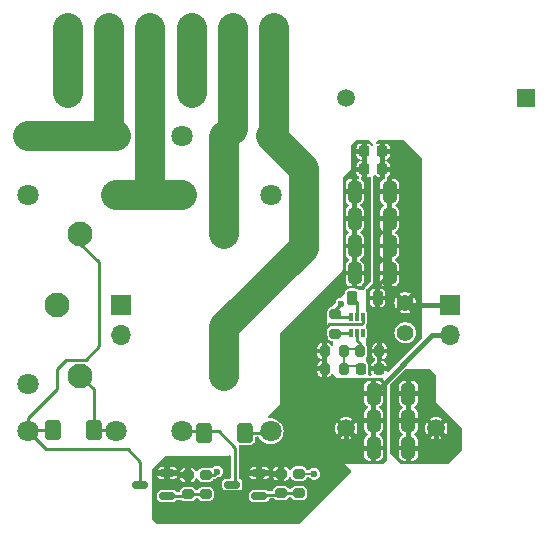
<source format=gbr>
%TF.GenerationSoftware,KiCad,Pcbnew,8.0.8*%
%TF.CreationDate,2025-03-23T22:06:23+01:00*%
%TF.ProjectId,raumtemp_relay,7261756d-7465-46d7-905f-72656c61792e,rev?*%
%TF.SameCoordinates,Original*%
%TF.FileFunction,Copper,L1,Top*%
%TF.FilePolarity,Positive*%
%FSLAX46Y46*%
G04 Gerber Fmt 4.6, Leading zero omitted, Abs format (unit mm)*
G04 Created by KiCad (PCBNEW 8.0.8) date 2025-03-23 22:06:23*
%MOMM*%
%LPD*%
G01*
G04 APERTURE LIST*
G04 Aperture macros list*
%AMRoundRect*
0 Rectangle with rounded corners*
0 $1 Rounding radius*
0 $2 $3 $4 $5 $6 $7 $8 $9 X,Y pos of 4 corners*
0 Add a 4 corners polygon primitive as box body*
4,1,4,$2,$3,$4,$5,$6,$7,$8,$9,$2,$3,0*
0 Add four circle primitives for the rounded corners*
1,1,$1+$1,$2,$3*
1,1,$1+$1,$4,$5*
1,1,$1+$1,$6,$7*
1,1,$1+$1,$8,$9*
0 Add four rect primitives between the rounded corners*
20,1,$1+$1,$2,$3,$4,$5,0*
20,1,$1+$1,$4,$5,$6,$7,0*
20,1,$1+$1,$6,$7,$8,$9,0*
20,1,$1+$1,$8,$9,$2,$3,0*%
G04 Aperture macros list end*
%TA.AperFunction,SMDPad,CuDef*%
%ADD10RoundRect,0.200000X-0.275000X0.200000X-0.275000X-0.200000X0.275000X-0.200000X0.275000X0.200000X0*%
%TD*%
%TA.AperFunction,ComponentPad*%
%ADD11C,1.400000*%
%TD*%
%TA.AperFunction,SMDPad,CuDef*%
%ADD12RoundRect,0.250000X0.325000X0.650000X-0.325000X0.650000X-0.325000X-0.650000X0.325000X-0.650000X0*%
%TD*%
%TA.AperFunction,SMDPad,CuDef*%
%ADD13RoundRect,0.150000X0.512500X0.150000X-0.512500X0.150000X-0.512500X-0.150000X0.512500X-0.150000X0*%
%TD*%
%TA.AperFunction,SMDPad,CuDef*%
%ADD14RoundRect,0.087500X-0.087500X0.250000X-0.087500X-0.250000X0.087500X-0.250000X0.087500X0.250000X0*%
%TD*%
%TA.AperFunction,SMDPad,CuDef*%
%ADD15RoundRect,0.225000X0.225000X0.250000X-0.225000X0.250000X-0.225000X-0.250000X0.225000X-0.250000X0*%
%TD*%
%TA.AperFunction,SMDPad,CuDef*%
%ADD16RoundRect,0.218750X-0.218750X-0.381250X0.218750X-0.381250X0.218750X0.381250X-0.218750X0.381250X0*%
%TD*%
%TA.AperFunction,SMDPad,CuDef*%
%ADD17RoundRect,0.200000X0.275000X-0.200000X0.275000X0.200000X-0.275000X0.200000X-0.275000X-0.200000X0*%
%TD*%
%TA.AperFunction,SMDPad,CuDef*%
%ADD18RoundRect,0.200000X0.200000X0.275000X-0.200000X0.275000X-0.200000X-0.275000X0.200000X-0.275000X0*%
%TD*%
%TA.AperFunction,SMDPad,CuDef*%
%ADD19RoundRect,0.250000X0.400000X0.600000X-0.400000X0.600000X-0.400000X-0.600000X0.400000X-0.600000X0*%
%TD*%
%TA.AperFunction,ComponentPad*%
%ADD20R,1.700000X1.700000*%
%TD*%
%TA.AperFunction,ComponentPad*%
%ADD21O,1.700000X1.700000*%
%TD*%
%TA.AperFunction,ComponentPad*%
%ADD22C,1.803400*%
%TD*%
%TA.AperFunction,ComponentPad*%
%ADD23C,1.800000*%
%TD*%
%TA.AperFunction,ComponentPad*%
%ADD24C,2.100000*%
%TD*%
%TA.AperFunction,ComponentPad*%
%ADD25R,1.508000X1.508000*%
%TD*%
%TA.AperFunction,ComponentPad*%
%ADD26C,1.508000*%
%TD*%
%TA.AperFunction,ViaPad*%
%ADD27C,0.600000*%
%TD*%
%TA.AperFunction,Conductor*%
%ADD28C,0.250000*%
%TD*%
%TA.AperFunction,Conductor*%
%ADD29C,0.200000*%
%TD*%
%TA.AperFunction,Conductor*%
%ADD30C,0.400000*%
%TD*%
%TA.AperFunction,Conductor*%
%ADD31C,2.500000*%
%TD*%
G04 APERTURE END LIST*
D10*
%TO.P,R4,1*%
%TO.N,Net-(J2-Pin_2)*%
X145625000Y-102755000D03*
%TO.P,R4,2*%
%TO.N,Net-(Q2-G)*%
X145625000Y-104405000D03*
%TD*%
D11*
%TO.P,JP1,1,A*%
%TO.N,+VDC*%
X154625000Y-90830000D03*
%TO.P,JP1,2,B*%
%TO.N,+3V3*%
X154625000Y-88290000D03*
%TD*%
D12*
%TO.P,C3,1*%
%TO.N,+3V3*%
X153300000Y-81180000D03*
%TO.P,C3,2*%
%TO.N,GND*%
X150350000Y-81180000D03*
%TD*%
D13*
%TO.P,Q2,1,G*%
%TO.N,Net-(Q2-G)*%
X142262500Y-104630000D03*
%TO.P,Q2,2,S*%
%TO.N,GND*%
X142262500Y-102730000D03*
%TO.P,Q2,3,D*%
%TO.N,Net-(D2-A)*%
X139987500Y-103680000D03*
%TD*%
D12*
%TO.P,C2,1*%
%TO.N,+VDC*%
X154900000Y-95980000D03*
%TO.P,C2,2*%
%TO.N,GND*%
X151950000Y-95980000D03*
%TD*%
D14*
%TO.P,U1,1,GND*%
%TO.N,GND*%
X151025000Y-89467500D03*
%TO.P,U1,2,SW*%
%TO.N,Net-(U1-SW)*%
X150525000Y-89467500D03*
%TO.P,U1,3,VIN*%
%TO.N,+VDC*%
X150025000Y-89467500D03*
%TO.P,U1,4,EN*%
%TO.N,Net-(U1-EN)*%
X150025000Y-90892500D03*
%TO.P,U1,5,FB*%
%TO.N,Net-(U1-FB)*%
X150525000Y-90892500D03*
%TO.P,U1,6,PG*%
%TO.N,unconnected-(U1-PG-Pad6)*%
X151025000Y-90892500D03*
%TD*%
D15*
%TO.P,C1,1*%
%TO.N,+3V3*%
X152400000Y-93880000D03*
%TO.P,C1,2*%
%TO.N,Net-(U1-FB)*%
X150850000Y-93880000D03*
%TD*%
D16*
%TO.P,L2,1,1*%
%TO.N,Net-(U1-SW)*%
X150162500Y-87880000D03*
%TO.P,L2,2,2*%
%TO.N,+3V3*%
X152287500Y-87880000D03*
%TD*%
D17*
%TO.P,R2,1*%
%TO.N,Net-(Q2-G)*%
X144125000Y-104405000D03*
%TO.P,R2,2*%
%TO.N,GND*%
X144125000Y-102755000D03*
%TD*%
D15*
%TO.P,C11,1*%
%TO.N,+3V3*%
X152700000Y-75480000D03*
%TO.P,C11,2*%
%TO.N,GND*%
X151150000Y-75480000D03*
%TD*%
D18*
%TO.P,R7,1*%
%TO.N,+3V3*%
X152450000Y-92380000D03*
%TO.P,R7,2*%
%TO.N,Net-(U1-FB)*%
X150800000Y-92380000D03*
%TD*%
D10*
%TO.P,R6,1*%
%TO.N,+VDC*%
X148725000Y-89255000D03*
%TO.P,R6,2*%
%TO.N,Net-(U1-EN)*%
X148725000Y-90905000D03*
%TD*%
D19*
%TO.P,D2,1,K*%
%TO.N,+VDC*%
X141075000Y-99280000D03*
%TO.P,D2,2,A*%
%TO.N,Net-(D2-A)*%
X137575000Y-99280000D03*
%TD*%
D12*
%TO.P,C6,1*%
%TO.N,+VDC*%
X154900000Y-98280000D03*
%TO.P,C6,2*%
%TO.N,GND*%
X151950000Y-98280000D03*
%TD*%
D19*
%TO.P,D1,1,K*%
%TO.N,+VDC*%
X128275000Y-99080000D03*
%TO.P,D1,2,A*%
%TO.N,Net-(D1-A)*%
X124775000Y-99080000D03*
%TD*%
D17*
%TO.P,R1,1*%
%TO.N,Net-(Q1-G)*%
X136225000Y-104505000D03*
%TO.P,R1,2*%
%TO.N,GND*%
X136225000Y-102855000D03*
%TD*%
D12*
%TO.P,C4,1*%
%TO.N,+3V3*%
X153300000Y-83480000D03*
%TO.P,C4,2*%
%TO.N,GND*%
X150350000Y-83480000D03*
%TD*%
D18*
%TO.P,R5,1*%
%TO.N,Net-(U1-FB)*%
X149450000Y-92380000D03*
%TO.P,R5,2*%
%TO.N,GND*%
X147800000Y-92380000D03*
%TD*%
D20*
%TO.P,J3,1,Pin_1*%
%TO.N,+3V3*%
X158425000Y-88480000D03*
D21*
%TO.P,J3,2,Pin_2*%
%TO.N,GND*%
X158425000Y-91020000D03*
%TD*%
D12*
%TO.P,C5,1*%
%TO.N,+3V3*%
X153300000Y-85780000D03*
%TO.P,C5,2*%
%TO.N,GND*%
X150350000Y-85780000D03*
%TD*%
%TO.P,C8,1*%
%TO.N,+3V3*%
X153300000Y-78880000D03*
%TO.P,C8,2*%
%TO.N,GND*%
X150350000Y-78880000D03*
%TD*%
D18*
%TO.P,R8,1*%
%TO.N,Net-(U1-FB)*%
X149450000Y-93880000D03*
%TO.P,R8,2*%
%TO.N,GND*%
X147800000Y-93880000D03*
%TD*%
D20*
%TO.P,J2,1,Pin_1*%
%TO.N,Net-(J2-Pin_1)*%
X130524656Y-88480000D03*
D21*
%TO.P,J2,2,Pin_2*%
%TO.N,Net-(J2-Pin_2)*%
X130524656Y-91020000D03*
%TD*%
D15*
%TO.P,C12,1*%
%TO.N,+3V3*%
X152700000Y-76980000D03*
%TO.P,C12,2*%
%TO.N,GND*%
X151150000Y-76980000D03*
%TD*%
D12*
%TO.P,C7,1*%
%TO.N,+VDC*%
X154900000Y-100580000D03*
%TO.P,C7,2*%
%TO.N,GND*%
X151950000Y-100580000D03*
%TD*%
D13*
%TO.P,Q1,1,G*%
%TO.N,Net-(Q1-G)*%
X134462500Y-104630000D03*
%TO.P,Q1,2,S*%
%TO.N,GND*%
X134462500Y-102730000D03*
%TO.P,Q1,3,D*%
%TO.N,Net-(D1-A)*%
X132187500Y-103680000D03*
%TD*%
D10*
%TO.P,R3,1*%
%TO.N,Net-(J2-Pin_1)*%
X137725000Y-102855000D03*
%TO.P,R3,2*%
%TO.N,Net-(Q1-G)*%
X137725000Y-104505000D03*
%TD*%
D22*
%TO.P,,1,1*%
%TO.N,+VDC*%
X122675000Y-95180000D03*
%TD*%
%TO.P,K2,1,1*%
%TO.N,Net-(D1-A)*%
X122675000Y-99180000D03*
%TO.P,K2,3,3*%
%TO.N,Net-(J1-3)*%
X122675000Y-79180000D03*
%TO.P,K2,4,4*%
%TO.N,Net-(J1-2)*%
X122675000Y-74180000D03*
%TO.P,K2,5,5*%
X130175000Y-74180000D03*
%TO.P,K2,6,6*%
%TO.N,Net-(J1-3)*%
X130175000Y-79180000D03*
%TO.P,K2,8,8*%
%TO.N,+VDC*%
X130175000Y-99180000D03*
%TD*%
D23*
%TO.P,J1,1_A,1*%
%TO.N,Net-(J1-1)*%
X126036723Y-70200000D03*
%TO.P,J1,1_B,1__1*%
X126036723Y-64700000D03*
%TO.P,J1,2_A,2*%
%TO.N,Net-(J1-2)*%
X129536723Y-70200000D03*
%TO.P,J1,2_B,2__1*%
X129536723Y-64700000D03*
%TO.P,J1,3_A,3*%
%TO.N,Net-(J1-3)*%
X133036723Y-70200000D03*
%TO.P,J1,3_B,3__1*%
X133036723Y-64700000D03*
%TO.P,J1,4_A,4*%
%TO.N,Net-(J1-4)*%
X136536723Y-70200000D03*
%TO.P,J1,4_B,4__1*%
X136536723Y-64700000D03*
%TO.P,J1,5_A,5*%
%TO.N,Net-(J1-5)*%
X140036723Y-70200000D03*
%TO.P,J1,5_B,5__1*%
X140036723Y-64700000D03*
%TO.P,J1,6_A,6*%
%TO.N,Net-(J1-6)*%
X143536723Y-70200000D03*
%TO.P,J1,6_B,6__1*%
X143536723Y-64700000D03*
%TD*%
D24*
%TO.P,K1,COIL1*%
%TO.N,+VDC*%
X127125000Y-94480000D03*
%TO.P,K1,COIL2*%
%TO.N,Net-(D1-A)*%
X127125000Y-82480000D03*
%TO.P,K1,COM*%
%TO.N,Net-(J1-3)*%
X125125000Y-88480000D03*
%TO.P,K1,NC*%
%TO.N,Net-(J1-6)*%
X139325000Y-94480000D03*
%TO.P,K1,NO*%
%TO.N,Net-(J1-5)*%
X139325000Y-82480000D03*
%TD*%
D25*
%TO.P,PS1,1,VAC_IN(L)*%
%TO.N,Net-(J1-3)*%
X164864545Y-70981894D03*
D26*
%TO.P,PS1,2,VAC_IN(N)*%
%TO.N,Net-(J1-1)*%
X149624545Y-70981894D03*
%TO.P,PS1,3,-VOUT*%
%TO.N,GND*%
X149624545Y-98921894D03*
%TO.P,PS1,4,+VOUT*%
%TO.N,+VDC*%
X157244545Y-98921894D03*
%TD*%
D22*
%TO.P,K3,1,1*%
%TO.N,Net-(D2-A)*%
X135725000Y-99180000D03*
%TO.P,K3,3,3*%
%TO.N,Net-(J1-3)*%
X135725000Y-79180000D03*
%TO.P,K3,4,4*%
%TO.N,Net-(J1-6)*%
X135725000Y-74180000D03*
%TO.P,K3,5,5*%
X143225000Y-74180000D03*
%TO.P,K3,6,6*%
%TO.N,Net-(J1-3)*%
X143225000Y-79180000D03*
%TO.P,K3,8,8*%
%TO.N,+VDC*%
X143225000Y-99180000D03*
%TD*%
D27*
%TO.N,GND*%
X147325000Y-91280000D03*
X150825000Y-95980000D03*
X149225000Y-86780000D03*
X150125000Y-77380000D03*
%TO.N,+VDC*%
X156025000Y-98280000D03*
X154925000Y-94580000D03*
X149225000Y-88380000D03*
%TO.N,Net-(J2-Pin_2)*%
X146925000Y-102780000D03*
%TO.N,Net-(J2-Pin_1)*%
X138725000Y-102580000D03*
%TD*%
D28*
%TO.N,Net-(U1-FB)*%
X150800000Y-91755000D02*
X150800000Y-92380000D01*
D29*
X149525000Y-92105000D02*
X149450000Y-92180000D01*
X150800000Y-92180000D02*
X149450000Y-92180000D01*
D28*
X150525000Y-90892500D02*
X150525000Y-91480000D01*
D29*
X150850000Y-93680000D02*
X149450000Y-93680000D01*
D28*
X150525000Y-91480000D02*
X150800000Y-91755000D01*
D29*
X149450000Y-93680000D02*
X149450000Y-92180000D01*
D28*
%TO.N,Net-(U1-SW)*%
X150525000Y-89467500D02*
X150525000Y-88242500D01*
X150525000Y-88242500D02*
X150162500Y-87880000D01*
%TO.N,Net-(U1-EN)*%
X150025000Y-90892500D02*
X148737500Y-90892500D01*
X148737500Y-90892500D02*
X148725000Y-90905000D01*
D30*
%TO.N,+3V3*%
X158425000Y-88480000D02*
X154815000Y-88480000D01*
X154815000Y-88480000D02*
X154625000Y-88290000D01*
X154625000Y-88290000D02*
X152925000Y-86590000D01*
D29*
X152400000Y-93680000D02*
X152400000Y-92230000D01*
D28*
X152287500Y-86792500D02*
X153300000Y-85780000D01*
D30*
X152925000Y-86590000D02*
X152925000Y-81530000D01*
D28*
X152287500Y-87880000D02*
X152287500Y-86792500D01*
D29*
X152400000Y-92230000D02*
X152450000Y-92180000D01*
D28*
X152450000Y-88042500D02*
X152287500Y-87880000D01*
%TO.N,GND*%
X147800000Y-90505000D02*
X147800000Y-92380000D01*
X151025000Y-89467500D02*
X151025000Y-89980000D01*
X136100000Y-102730000D02*
X136225000Y-102855000D01*
X143400000Y-102630000D02*
X143525000Y-102755000D01*
D30*
X149624545Y-100179545D02*
X150025000Y-100580000D01*
D28*
X148175000Y-90130000D02*
X147800000Y-90505000D01*
X134462500Y-102730000D02*
X136100000Y-102730000D01*
D30*
X149624545Y-98921894D02*
X149624545Y-100179545D01*
D28*
X150875000Y-90130000D02*
X148175000Y-90130000D01*
X136225000Y-102855000D02*
X136225000Y-102480000D01*
X142462500Y-102630000D02*
X143400000Y-102630000D01*
X151025000Y-89980000D02*
X150875000Y-90130000D01*
D30*
X158425000Y-91020000D02*
X156910000Y-91020000D01*
X156910000Y-91020000D02*
X151950000Y-95980000D01*
D28*
X143525000Y-102755000D02*
X144125000Y-102755000D01*
X142462500Y-103042500D02*
X142462500Y-102630000D01*
D30*
X150025000Y-100580000D02*
X151950000Y-100580000D01*
D28*
%TO.N,+VDC*%
X141075000Y-99280000D02*
X143125000Y-99280000D01*
X143125000Y-99280000D02*
X143225000Y-99180000D01*
X148725000Y-89255000D02*
X148725000Y-88880000D01*
D30*
X157244545Y-98921894D02*
X157244545Y-99960455D01*
D28*
X148937500Y-89467500D02*
X148725000Y-89255000D01*
X148725000Y-88880000D02*
X149225000Y-88380000D01*
X150025000Y-89467500D02*
X148937500Y-89467500D01*
X127125000Y-94480000D02*
X128275000Y-95630000D01*
X128275000Y-95630000D02*
X128275000Y-99080000D01*
D30*
X156625000Y-100580000D02*
X154900000Y-100580000D01*
D28*
X128275000Y-99080000D02*
X130075000Y-99080000D01*
D30*
X157244545Y-99960455D02*
X156625000Y-100580000D01*
D28*
X130075000Y-99080000D02*
X130175000Y-99180000D01*
D31*
%TO.N,Net-(J1-3)*%
X133036723Y-70518297D02*
X133036723Y-79168277D01*
X133025000Y-79180000D02*
X135725000Y-79180000D01*
X133036723Y-79168277D02*
X133025000Y-79180000D01*
X130175000Y-79180000D02*
X135725000Y-79180000D01*
X133036723Y-65018297D02*
X133036723Y-70518297D01*
%TO.N,Net-(J1-2)*%
X122675000Y-74180000D02*
X130175000Y-74180000D01*
X129536723Y-70518297D02*
X129536723Y-73541723D01*
X129536723Y-73541723D02*
X130175000Y-74180000D01*
X129536723Y-65018297D02*
X129536723Y-70518297D01*
%TO.N,Net-(J1-1)*%
X126036723Y-65018297D02*
X126036723Y-70518297D01*
%TO.N,Net-(J1-4)*%
X136536723Y-65018297D02*
X136536723Y-70518297D01*
%TO.N,Net-(J1-6)*%
X146025000Y-76980000D02*
X143225000Y-74180000D01*
X139325000Y-90380000D02*
X146025000Y-83680000D01*
X143536723Y-65018297D02*
X143536723Y-70518297D01*
X146025000Y-83680000D02*
X146025000Y-76980000D01*
X143536723Y-70518297D02*
X143536723Y-73868277D01*
X143536723Y-73868277D02*
X143225000Y-74180000D01*
X139325000Y-94480000D02*
X139325000Y-90380000D01*
%TO.N,Net-(J1-5)*%
X139325000Y-74280000D02*
X140036723Y-73568277D01*
X140036723Y-73568277D02*
X140036723Y-70518297D01*
X139325000Y-82480000D02*
X139325000Y-74280000D01*
X140036723Y-65018297D02*
X140036723Y-70518297D01*
D28*
%TO.N,Net-(Q1-G)*%
X136100000Y-104630000D02*
X136225000Y-104505000D01*
X134462500Y-104630000D02*
X136100000Y-104630000D01*
X136225000Y-104505000D02*
X137725000Y-104505000D01*
%TO.N,Net-(Q2-G)*%
X142462500Y-104530000D02*
X144000000Y-104530000D01*
X144125000Y-104405000D02*
X145625000Y-104405000D01*
X144000000Y-104530000D02*
X144125000Y-104405000D01*
%TO.N,Net-(D1-A)*%
X127600000Y-93105000D02*
X128725000Y-91980000D01*
X128725000Y-84880000D02*
X127125000Y-83280000D01*
X122775000Y-99080000D02*
X122675000Y-99180000D01*
X131125000Y-100680000D02*
X128225000Y-100680000D01*
X132187500Y-101742500D02*
X131125000Y-100680000D01*
X127125000Y-83280000D02*
X127125000Y-82480000D01*
X128725000Y-91980000D02*
X128725000Y-84880000D01*
X132187500Y-103680000D02*
X132187500Y-101742500D01*
X124175000Y-100680000D02*
X122675000Y-99180000D01*
X125900000Y-93105000D02*
X127600000Y-93105000D01*
X124775000Y-99080000D02*
X122775000Y-99080000D01*
X125125000Y-93880000D02*
X125900000Y-93105000D01*
X125125000Y-95580000D02*
X125125000Y-93880000D01*
X128225000Y-100680000D02*
X124175000Y-100680000D01*
X122675000Y-98030000D02*
X125125000Y-95580000D01*
X122675000Y-99180000D02*
X122675000Y-98030000D01*
%TO.N,Net-(D2-A)*%
X140225000Y-103542500D02*
X140225000Y-100580000D01*
X140225000Y-100580000D02*
X138825000Y-99180000D01*
X140187500Y-103580000D02*
X140225000Y-103542500D01*
X138825000Y-99180000D02*
X135725000Y-99180000D01*
D29*
%TO.N,Net-(J2-Pin_2)*%
X145625000Y-102755000D02*
X146900000Y-102755000D01*
X146900000Y-102755000D02*
X146925000Y-102780000D01*
D28*
%TO.N,Net-(J2-Pin_1)*%
X137725000Y-102880000D02*
X137725000Y-102855000D01*
X137725000Y-102855000D02*
X138450000Y-102855000D01*
X138450000Y-102855000D02*
X138725000Y-102580000D01*
%TD*%
%TA.AperFunction,Conductor*%
%TO.N,GND*%
G36*
X149525000Y-101980000D02*
G01*
X149524999Y-101980000D01*
X150037318Y-102492319D01*
X150070803Y-102553642D01*
X150065819Y-102623334D01*
X150037318Y-102667681D01*
X145741819Y-106963181D01*
X145680496Y-106996666D01*
X145654138Y-106999500D01*
X133595862Y-106999500D01*
X133528823Y-106979815D01*
X133508181Y-106963181D01*
X133261319Y-106716319D01*
X133227834Y-106654996D01*
X133225000Y-106628638D01*
X133225000Y-104446739D01*
X133599500Y-104446739D01*
X133599500Y-104813260D01*
X133609426Y-104881391D01*
X133660803Y-104986485D01*
X133743514Y-105069196D01*
X133743515Y-105069196D01*
X133743517Y-105069198D01*
X133848607Y-105120573D01*
X133882673Y-105125536D01*
X133916739Y-105130500D01*
X133916740Y-105130500D01*
X135008261Y-105130500D01*
X135030971Y-105127191D01*
X135076393Y-105120573D01*
X135181483Y-105069198D01*
X135217636Y-105033045D01*
X135258863Y-104991819D01*
X135320186Y-104958334D01*
X135346544Y-104955500D01*
X135582746Y-104955500D01*
X135649785Y-104975185D01*
X135670428Y-104991820D01*
X135711653Y-105033046D01*
X135711655Y-105033047D01*
X135711658Y-105033050D01*
X135824694Y-105090645D01*
X135824698Y-105090647D01*
X135918475Y-105105499D01*
X135918481Y-105105500D01*
X136531518Y-105105499D01*
X136625304Y-105090646D01*
X136738342Y-105033050D01*
X136828050Y-104943342D01*
X136851049Y-104898203D01*
X136899023Y-104847409D01*
X136961533Y-104830500D01*
X136988467Y-104830500D01*
X137055506Y-104850185D01*
X137098950Y-104898203D01*
X137121950Y-104943342D01*
X137121952Y-104943344D01*
X137121954Y-104943347D01*
X137211652Y-105033045D01*
X137211654Y-105033046D01*
X137211658Y-105033050D01*
X137324694Y-105090645D01*
X137324698Y-105090647D01*
X137418475Y-105105499D01*
X137418481Y-105105500D01*
X138031518Y-105105499D01*
X138125304Y-105090646D01*
X138238342Y-105033050D01*
X138328050Y-104943342D01*
X138385646Y-104830304D01*
X138385646Y-104830302D01*
X138385647Y-104830301D01*
X138396282Y-104763147D01*
X138400500Y-104736519D01*
X138400499Y-104446739D01*
X141399500Y-104446739D01*
X141399500Y-104813260D01*
X141409426Y-104881391D01*
X141460803Y-104986485D01*
X141543514Y-105069196D01*
X141543515Y-105069196D01*
X141543517Y-105069198D01*
X141648607Y-105120573D01*
X141682673Y-105125536D01*
X141716739Y-105130500D01*
X141716740Y-105130500D01*
X142808261Y-105130500D01*
X142830971Y-105127191D01*
X142876393Y-105120573D01*
X142981483Y-105069198D01*
X143064198Y-104986483D01*
X143094235Y-104925038D01*
X143141363Y-104873458D01*
X143205636Y-104855500D01*
X143482746Y-104855500D01*
X143549785Y-104875185D01*
X143570428Y-104891820D01*
X143611653Y-104933046D01*
X143611655Y-104933047D01*
X143611658Y-104933050D01*
X143716526Y-104986483D01*
X143724698Y-104990647D01*
X143818475Y-105005499D01*
X143818481Y-105005500D01*
X144431518Y-105005499D01*
X144525304Y-104990646D01*
X144638342Y-104933050D01*
X144728050Y-104843342D01*
X144751049Y-104798203D01*
X144799023Y-104747409D01*
X144861533Y-104730500D01*
X144888467Y-104730500D01*
X144955506Y-104750185D01*
X144998950Y-104798203D01*
X145021950Y-104843342D01*
X145021952Y-104843344D01*
X145021954Y-104843347D01*
X145111652Y-104933045D01*
X145111654Y-104933046D01*
X145111658Y-104933050D01*
X145216526Y-104986483D01*
X145224698Y-104990647D01*
X145318475Y-105005499D01*
X145318481Y-105005500D01*
X145931518Y-105005499D01*
X146025304Y-104990646D01*
X146138342Y-104933050D01*
X146228050Y-104843342D01*
X146285646Y-104730304D01*
X146285646Y-104730302D01*
X146285647Y-104730301D01*
X146300499Y-104636524D01*
X146300500Y-104636519D01*
X146300499Y-104173482D01*
X146285646Y-104079696D01*
X146228050Y-103966658D01*
X146228046Y-103966654D01*
X146228045Y-103966652D01*
X146138347Y-103876954D01*
X146138344Y-103876952D01*
X146138342Y-103876950D01*
X146061517Y-103837805D01*
X146025301Y-103819352D01*
X145931524Y-103804500D01*
X145318482Y-103804500D01*
X145237519Y-103817323D01*
X145224696Y-103819354D01*
X145111658Y-103876950D01*
X145111657Y-103876951D01*
X145111652Y-103876954D01*
X145021954Y-103966652D01*
X145021951Y-103966657D01*
X145021950Y-103966658D01*
X144998950Y-104011796D01*
X144950977Y-104062591D01*
X144888467Y-104079500D01*
X144861533Y-104079500D01*
X144794494Y-104059815D01*
X144751049Y-104011796D01*
X144728050Y-103966658D01*
X144728046Y-103966654D01*
X144728045Y-103966652D01*
X144638347Y-103876954D01*
X144638344Y-103876952D01*
X144638342Y-103876950D01*
X144561517Y-103837805D01*
X144525301Y-103819352D01*
X144431524Y-103804500D01*
X143818482Y-103804500D01*
X143737519Y-103817323D01*
X143724696Y-103819354D01*
X143611658Y-103876950D01*
X143611657Y-103876951D01*
X143611652Y-103876954D01*
X143521954Y-103966652D01*
X143521951Y-103966657D01*
X143521950Y-103966658D01*
X143471000Y-104066652D01*
X143464354Y-104079696D01*
X143461155Y-104099896D01*
X143431226Y-104163032D01*
X143371915Y-104199963D01*
X143338681Y-104204500D01*
X143038191Y-104204500D01*
X142983731Y-104191901D01*
X142876391Y-104139426D01*
X142808261Y-104129500D01*
X142808260Y-104129500D01*
X141716740Y-104129500D01*
X141716739Y-104129500D01*
X141648608Y-104139426D01*
X141543514Y-104190803D01*
X141460803Y-104273514D01*
X141409426Y-104378608D01*
X141399500Y-104446739D01*
X138400499Y-104446739D01*
X138400499Y-104273482D01*
X138385646Y-104179696D01*
X138328050Y-104066658D01*
X138328046Y-104066654D01*
X138328045Y-104066652D01*
X138238347Y-103976954D01*
X138238344Y-103976952D01*
X138238342Y-103976950D01*
X138148928Y-103931391D01*
X138125301Y-103919352D01*
X138031524Y-103904500D01*
X137418482Y-103904500D01*
X137337519Y-103917323D01*
X137324696Y-103919354D01*
X137211658Y-103976950D01*
X137211657Y-103976951D01*
X137211652Y-103976954D01*
X137121954Y-104066652D01*
X137121951Y-104066657D01*
X137121950Y-104066658D01*
X137098950Y-104111796D01*
X137050977Y-104162591D01*
X136988467Y-104179500D01*
X136961533Y-104179500D01*
X136894494Y-104159815D01*
X136851049Y-104111796D01*
X136828050Y-104066658D01*
X136828046Y-104066654D01*
X136828045Y-104066652D01*
X136738347Y-103976954D01*
X136738344Y-103976952D01*
X136738342Y-103976950D01*
X136648928Y-103931391D01*
X136625301Y-103919352D01*
X136531524Y-103904500D01*
X135918482Y-103904500D01*
X135837519Y-103917323D01*
X135824696Y-103919354D01*
X135711658Y-103976950D01*
X135711657Y-103976951D01*
X135711652Y-103976954D01*
X135621954Y-104066652D01*
X135621951Y-104066657D01*
X135621950Y-104066658D01*
X135572845Y-104163032D01*
X135564354Y-104179696D01*
X135561155Y-104199896D01*
X135531226Y-104263032D01*
X135471915Y-104299963D01*
X135438681Y-104304500D01*
X135346544Y-104304500D01*
X135279505Y-104284815D01*
X135258863Y-104268181D01*
X135181485Y-104190803D01*
X135076391Y-104139426D01*
X135008261Y-104129500D01*
X135008260Y-104129500D01*
X133916740Y-104129500D01*
X133916739Y-104129500D01*
X133848608Y-104139426D01*
X133743514Y-104190803D01*
X133660803Y-104273514D01*
X133609426Y-104378608D01*
X133599500Y-104446739D01*
X133225000Y-104446739D01*
X133225000Y-102980000D01*
X133609730Y-102980000D01*
X133609911Y-102981249D01*
X133661212Y-103086188D01*
X133743811Y-103168787D01*
X133848748Y-103220087D01*
X133848751Y-103220088D01*
X133916780Y-103229999D01*
X134212499Y-103229999D01*
X134712500Y-103229999D01*
X135008218Y-103229999D01*
X135076249Y-103220087D01*
X135181191Y-103168784D01*
X135244975Y-103105000D01*
X135552935Y-103105000D01*
X135564835Y-103180149D01*
X135564837Y-103180155D01*
X135622356Y-103293041D01*
X135622363Y-103293050D01*
X135711949Y-103382636D01*
X135711953Y-103382639D01*
X135824855Y-103440166D01*
X135918514Y-103454999D01*
X135974999Y-103454998D01*
X135975000Y-103454998D01*
X135975000Y-103105000D01*
X135552935Y-103105000D01*
X135244975Y-103105000D01*
X135263787Y-103086188D01*
X135315088Y-102981249D01*
X135315270Y-102980000D01*
X134712500Y-102980000D01*
X134712500Y-103229999D01*
X134212499Y-103229999D01*
X134212500Y-103229998D01*
X134212500Y-102980000D01*
X133609730Y-102980000D01*
X133225000Y-102980000D01*
X133225000Y-102605000D01*
X135552932Y-102605000D01*
X135975000Y-102605000D01*
X135975000Y-102255000D01*
X136475000Y-102255000D01*
X136475000Y-103454999D01*
X136531479Y-103454999D01*
X136625149Y-103440164D01*
X136625155Y-103440162D01*
X136738041Y-103382643D01*
X136738050Y-103382636D01*
X136827636Y-103293050D01*
X136827641Y-103293044D01*
X136864234Y-103221225D01*
X136912208Y-103170429D01*
X136980028Y-103153633D01*
X137046163Y-103176170D01*
X137085203Y-103221223D01*
X137121949Y-103293340D01*
X137121954Y-103293347D01*
X137211652Y-103383045D01*
X137211654Y-103383046D01*
X137211658Y-103383050D01*
X137323746Y-103440162D01*
X137324698Y-103440647D01*
X137412116Y-103454491D01*
X137415311Y-103454998D01*
X137418475Y-103455499D01*
X137418481Y-103455500D01*
X138031518Y-103455499D01*
X138125304Y-103440646D01*
X138238342Y-103383050D01*
X138328050Y-103293342D01*
X138351049Y-103248203D01*
X138399023Y-103197409D01*
X138461533Y-103180500D01*
X138492851Y-103180500D01*
X138492853Y-103180500D01*
X138575639Y-103158318D01*
X138649862Y-103115465D01*
X138649869Y-103115457D01*
X138656308Y-103110518D01*
X138657412Y-103111956D01*
X138709831Y-103083334D01*
X138736189Y-103080500D01*
X138796962Y-103080500D01*
X138796962Y-103080499D01*
X138935053Y-103039953D01*
X139056128Y-102962143D01*
X139150377Y-102853373D01*
X139210165Y-102722457D01*
X139230647Y-102580000D01*
X139210165Y-102437543D01*
X139150377Y-102306627D01*
X139056128Y-102197857D01*
X138935053Y-102120047D01*
X138935051Y-102120046D01*
X138935049Y-102120045D01*
X138935050Y-102120045D01*
X138796963Y-102079500D01*
X138796961Y-102079500D01*
X138653039Y-102079500D01*
X138653036Y-102079500D01*
X138514949Y-102120045D01*
X138393873Y-102197856D01*
X138332183Y-102269050D01*
X138273404Y-102306824D01*
X138203535Y-102306824D01*
X138182175Y-102298331D01*
X138125306Y-102269354D01*
X138125301Y-102269352D01*
X138031524Y-102254500D01*
X137418482Y-102254500D01*
X137337519Y-102267323D01*
X137324696Y-102269354D01*
X137211658Y-102326950D01*
X137211657Y-102326951D01*
X137211652Y-102326954D01*
X137121954Y-102416652D01*
X137121950Y-102416657D01*
X137085203Y-102488776D01*
X137037228Y-102539571D01*
X136969406Y-102556365D01*
X136903272Y-102533826D01*
X136864234Y-102488774D01*
X136827639Y-102416954D01*
X136827636Y-102416949D01*
X136738050Y-102327363D01*
X136738046Y-102327360D01*
X136625144Y-102269833D01*
X136531486Y-102255000D01*
X136475000Y-102255000D01*
X135975000Y-102255000D01*
X135974999Y-102254999D01*
X135918521Y-102255000D01*
X135824849Y-102269835D01*
X135824844Y-102269837D01*
X135711958Y-102327356D01*
X135711949Y-102327363D01*
X135622363Y-102416949D01*
X135622360Y-102416953D01*
X135564833Y-102529855D01*
X135562529Y-102536946D01*
X135562478Y-102544729D01*
X135552932Y-102605000D01*
X133225000Y-102605000D01*
X133225000Y-102479999D01*
X133609729Y-102479999D01*
X133609730Y-102480000D01*
X134212500Y-102480000D01*
X134712500Y-102480000D01*
X135315270Y-102480000D01*
X135315270Y-102479999D01*
X135315088Y-102478750D01*
X135263787Y-102373811D01*
X135181188Y-102291212D01*
X135076251Y-102239912D01*
X135076248Y-102239911D01*
X135008220Y-102230000D01*
X134712500Y-102230000D01*
X134712500Y-102480000D01*
X134212500Y-102480000D01*
X134212500Y-102230000D01*
X133916787Y-102230000D01*
X133848751Y-102239912D01*
X133743808Y-102291215D01*
X133661212Y-102373811D01*
X133609911Y-102478750D01*
X133609729Y-102479999D01*
X133225000Y-102479999D01*
X133225000Y-102331362D01*
X133244685Y-102264323D01*
X133261319Y-102243681D01*
X134188681Y-101316319D01*
X134250004Y-101282834D01*
X134276362Y-101280000D01*
X139625000Y-101280000D01*
X139687819Y-101217181D01*
X139749142Y-101183696D01*
X139818834Y-101188680D01*
X139874767Y-101230552D01*
X139899184Y-101296016D01*
X139899500Y-101304862D01*
X139899500Y-103055500D01*
X139879815Y-103122539D01*
X139827011Y-103168294D01*
X139775500Y-103179500D01*
X139441739Y-103179500D01*
X139373608Y-103189426D01*
X139268514Y-103240803D01*
X139185803Y-103323514D01*
X139134426Y-103428608D01*
X139124500Y-103496739D01*
X139124500Y-103863260D01*
X139134426Y-103931391D01*
X139185803Y-104036485D01*
X139268514Y-104119196D01*
X139268515Y-104119196D01*
X139268517Y-104119198D01*
X139373607Y-104170573D01*
X139393566Y-104173481D01*
X139441739Y-104180500D01*
X139441740Y-104180500D01*
X140533261Y-104180500D01*
X140555971Y-104177191D01*
X140601393Y-104170573D01*
X140706483Y-104119198D01*
X140789198Y-104036483D01*
X140840573Y-103931393D01*
X140850500Y-103863260D01*
X140850500Y-103496740D01*
X140840573Y-103428607D01*
X140789198Y-103323517D01*
X140789196Y-103323515D01*
X140789196Y-103323514D01*
X140706485Y-103240803D01*
X140666433Y-103221223D01*
X140620039Y-103198542D01*
X140568457Y-103151415D01*
X140550500Y-103087142D01*
X140550500Y-102980000D01*
X141409730Y-102980000D01*
X141409911Y-102981249D01*
X141461212Y-103086188D01*
X141543811Y-103168787D01*
X141648748Y-103220087D01*
X141648751Y-103220088D01*
X141716780Y-103229999D01*
X142012499Y-103229999D01*
X142512500Y-103229999D01*
X142808218Y-103229999D01*
X142876249Y-103220087D01*
X142981191Y-103168784D01*
X143063787Y-103086188D01*
X143103477Y-103005000D01*
X143452935Y-103005000D01*
X143464835Y-103080149D01*
X143464837Y-103080155D01*
X143522356Y-103193041D01*
X143522363Y-103193050D01*
X143611949Y-103282636D01*
X143611953Y-103282639D01*
X143724855Y-103340166D01*
X143818514Y-103354999D01*
X143874999Y-103354998D01*
X143875000Y-103354998D01*
X143875000Y-103005000D01*
X143452935Y-103005000D01*
X143103477Y-103005000D01*
X143115088Y-102981249D01*
X143115270Y-102980000D01*
X142512500Y-102980000D01*
X142512500Y-103229999D01*
X142012499Y-103229999D01*
X142012500Y-103229998D01*
X142012500Y-102980000D01*
X141409730Y-102980000D01*
X140550500Y-102980000D01*
X140550500Y-102505000D01*
X143452932Y-102505000D01*
X143875000Y-102505000D01*
X143875000Y-102155000D01*
X144375000Y-102155000D01*
X144375000Y-103354999D01*
X144431479Y-103354999D01*
X144525149Y-103340164D01*
X144525155Y-103340162D01*
X144638041Y-103282643D01*
X144638050Y-103282636D01*
X144727636Y-103193050D01*
X144727641Y-103193044D01*
X144764234Y-103121225D01*
X144812208Y-103070429D01*
X144880028Y-103053633D01*
X144946163Y-103076170D01*
X144985203Y-103121223D01*
X145021949Y-103193340D01*
X145021954Y-103193347D01*
X145111652Y-103283045D01*
X145111654Y-103283046D01*
X145111658Y-103283050D01*
X145191079Y-103323517D01*
X145224698Y-103340647D01*
X145312116Y-103354491D01*
X145315311Y-103354998D01*
X145318475Y-103355499D01*
X145318481Y-103355500D01*
X145931518Y-103355499D01*
X146025304Y-103340646D01*
X146138342Y-103283050D01*
X146228050Y-103193342D01*
X146263787Y-103123203D01*
X146311761Y-103072409D01*
X146374271Y-103055500D01*
X146444837Y-103055500D01*
X146511876Y-103075185D01*
X146538548Y-103098295D01*
X146593872Y-103162143D01*
X146714947Y-103239953D01*
X146714950Y-103239954D01*
X146714949Y-103239954D01*
X146853036Y-103280499D01*
X146853038Y-103280500D01*
X146853039Y-103280500D01*
X146996962Y-103280500D01*
X146996962Y-103280499D01*
X147106949Y-103248205D01*
X147135050Y-103239954D01*
X147135050Y-103239953D01*
X147135053Y-103239953D01*
X147256128Y-103162143D01*
X147350377Y-103053373D01*
X147410165Y-102922457D01*
X147430647Y-102780000D01*
X147410165Y-102637543D01*
X147350377Y-102506627D01*
X147256128Y-102397857D01*
X147135053Y-102320047D01*
X147135051Y-102320046D01*
X147135049Y-102320045D01*
X147135050Y-102320045D01*
X146996963Y-102279500D01*
X146996961Y-102279500D01*
X146853039Y-102279500D01*
X146853036Y-102279500D01*
X146714949Y-102320045D01*
X146593873Y-102397856D01*
X146593872Y-102397856D01*
X146593872Y-102397857D01*
X146581873Y-102411703D01*
X146523097Y-102449477D01*
X146488162Y-102454500D01*
X146374272Y-102454500D01*
X146307233Y-102434815D01*
X146263788Y-102386796D01*
X146233296Y-102326954D01*
X146228050Y-102316658D01*
X146228047Y-102316655D01*
X146228045Y-102316652D01*
X146138347Y-102226954D01*
X146138344Y-102226952D01*
X146138342Y-102226950D01*
X146061517Y-102187805D01*
X146025301Y-102169352D01*
X145931524Y-102154500D01*
X145318482Y-102154500D01*
X145237519Y-102167323D01*
X145224696Y-102169354D01*
X145111658Y-102226950D01*
X145111657Y-102226951D01*
X145111652Y-102226954D01*
X145021954Y-102316652D01*
X145021950Y-102316657D01*
X144985203Y-102388776D01*
X144937228Y-102439571D01*
X144869406Y-102456365D01*
X144803272Y-102433826D01*
X144764234Y-102388774D01*
X144727639Y-102316954D01*
X144727636Y-102316949D01*
X144638050Y-102227363D01*
X144638046Y-102227360D01*
X144525144Y-102169833D01*
X144431486Y-102155000D01*
X144375000Y-102155000D01*
X143875000Y-102155000D01*
X143874999Y-102154999D01*
X143818521Y-102155000D01*
X143724849Y-102169835D01*
X143724844Y-102169837D01*
X143611958Y-102227356D01*
X143611949Y-102227363D01*
X143522363Y-102316949D01*
X143522360Y-102316953D01*
X143464833Y-102429855D01*
X143452932Y-102505000D01*
X140550500Y-102505000D01*
X140550500Y-102479999D01*
X141409729Y-102479999D01*
X141409730Y-102480000D01*
X142012500Y-102480000D01*
X142512500Y-102480000D01*
X143115270Y-102480000D01*
X143115270Y-102479999D01*
X143115088Y-102478750D01*
X143063787Y-102373811D01*
X142981188Y-102291212D01*
X142876251Y-102239912D01*
X142876248Y-102239911D01*
X142808220Y-102230000D01*
X142512500Y-102230000D01*
X142512500Y-102480000D01*
X142012500Y-102480000D01*
X142012500Y-102230000D01*
X141716787Y-102230000D01*
X141648751Y-102239912D01*
X141543808Y-102291215D01*
X141461212Y-102373811D01*
X141409911Y-102478750D01*
X141409729Y-102479999D01*
X140550500Y-102479999D01*
X140550500Y-100537149D01*
X140550500Y-100537147D01*
X140536954Y-100486592D01*
X140538617Y-100416743D01*
X140577780Y-100358881D01*
X140642008Y-100331377D01*
X140656729Y-100330500D01*
X141529270Y-100330500D01*
X141559699Y-100327646D01*
X141559701Y-100327646D01*
X141623790Y-100305219D01*
X141687882Y-100282793D01*
X141797150Y-100202150D01*
X141877793Y-100092882D01*
X141900219Y-100028790D01*
X141922646Y-99964701D01*
X141922646Y-99964699D01*
X141925500Y-99934269D01*
X141925500Y-99729500D01*
X141945185Y-99662461D01*
X141997989Y-99616706D01*
X142049500Y-99605500D01*
X142128813Y-99605500D01*
X142195852Y-99625185D01*
X142239813Y-99674229D01*
X142283874Y-99762717D01*
X142406977Y-99925731D01*
X142406981Y-99925735D01*
X142557929Y-100063342D01*
X142557931Y-100063344D01*
X142731598Y-100170874D01*
X142731604Y-100170877D01*
X142771955Y-100186508D01*
X142922076Y-100244666D01*
X143122866Y-100282200D01*
X143122868Y-100282200D01*
X143327132Y-100282200D01*
X143327134Y-100282200D01*
X143527924Y-100244666D01*
X143718398Y-100170876D01*
X143892070Y-100063343D01*
X144043025Y-99925729D01*
X144166124Y-99762719D01*
X144257174Y-99579866D01*
X144313075Y-99383396D01*
X144331922Y-99180000D01*
X144313075Y-98976604D01*
X144257174Y-98780134D01*
X144166124Y-98597281D01*
X144043025Y-98434271D01*
X144043022Y-98434268D01*
X144043018Y-98434264D01*
X143892070Y-98296657D01*
X143892068Y-98296655D01*
X143718401Y-98189125D01*
X143718395Y-98189122D01*
X143568277Y-98130966D01*
X143527924Y-98115334D01*
X143327134Y-98077800D01*
X143126561Y-98077800D01*
X143059522Y-98058115D01*
X143013767Y-98005311D01*
X143003823Y-97936153D01*
X143032848Y-97872597D01*
X143038866Y-97866133D01*
X144025000Y-96880000D01*
X144225000Y-96680000D01*
X149525000Y-101980000D01*
G37*
%TD.AperFunction*%
%TD*%
%TA.AperFunction,Conductor*%
%TO.N,+VDC*%
G36*
X156740677Y-93899685D02*
G01*
X156761319Y-93916319D01*
X157188681Y-94343681D01*
X157222166Y-94405004D01*
X157225000Y-94431362D01*
X157225000Y-96680000D01*
X159388681Y-98843681D01*
X159422166Y-98905004D01*
X159425000Y-98931362D01*
X159425000Y-100728638D01*
X159405315Y-100795677D01*
X159388681Y-100816319D01*
X158261319Y-101943681D01*
X158199996Y-101977166D01*
X158173638Y-101980000D01*
X154376362Y-101980000D01*
X154309323Y-101960315D01*
X154288681Y-101943681D01*
X153629196Y-101284196D01*
X154125001Y-101284196D01*
X154127851Y-101314606D01*
X154172653Y-101442645D01*
X154253207Y-101551792D01*
X154362354Y-101632346D01*
X154490397Y-101677149D01*
X154520792Y-101679999D01*
X154699999Y-101679999D01*
X155100000Y-101679999D01*
X155279196Y-101679999D01*
X155309606Y-101677148D01*
X155437645Y-101632346D01*
X155546792Y-101551792D01*
X155627346Y-101442645D01*
X155672149Y-101314604D01*
X155672149Y-101314600D01*
X155675000Y-101284206D01*
X155675000Y-100780000D01*
X155100000Y-100780000D01*
X155100000Y-101679999D01*
X154699999Y-101679999D01*
X154700000Y-101679998D01*
X154700000Y-100780000D01*
X154125001Y-100780000D01*
X154125001Y-101284196D01*
X153629196Y-101284196D01*
X153361319Y-101016319D01*
X153327834Y-100954996D01*
X153325000Y-100928638D01*
X153325000Y-99875793D01*
X154125000Y-99875793D01*
X154125000Y-100380000D01*
X154700000Y-100380000D01*
X155100000Y-100380000D01*
X155674999Y-100380000D01*
X155674999Y-99875803D01*
X155672148Y-99845393D01*
X155627346Y-99717354D01*
X155546791Y-99608206D01*
X155440513Y-99529770D01*
X155398262Y-99474123D01*
X155392803Y-99404467D01*
X155425870Y-99342917D01*
X155440513Y-99330230D01*
X155546791Y-99251793D01*
X155627346Y-99142645D01*
X155672149Y-99014604D01*
X155672149Y-99014600D01*
X155675000Y-98984206D01*
X155675000Y-98921894D01*
X156285929Y-98921894D01*
X156304348Y-99108909D01*
X156358901Y-99288744D01*
X156358902Y-99288747D01*
X156441089Y-99442506D01*
X156776525Y-99107070D01*
X156778620Y-99114887D01*
X156844446Y-99228901D01*
X156937538Y-99321993D01*
X157051552Y-99387819D01*
X157059367Y-99389913D01*
X156723930Y-99725349D01*
X156877694Y-99807538D01*
X157057531Y-99862090D01*
X157057527Y-99862090D01*
X157244545Y-99880509D01*
X157431560Y-99862090D01*
X157611393Y-99807538D01*
X157765158Y-99725348D01*
X157429723Y-99389913D01*
X157437538Y-99387819D01*
X157551552Y-99321993D01*
X157644644Y-99228901D01*
X157710470Y-99114887D01*
X157712564Y-99107071D01*
X158048000Y-99442507D01*
X158130189Y-99288742D01*
X158184741Y-99108909D01*
X158203160Y-98921894D01*
X158184741Y-98734878D01*
X158130189Y-98555043D01*
X158048000Y-98401279D01*
X157712563Y-98736715D01*
X157710470Y-98728901D01*
X157644644Y-98614887D01*
X157551552Y-98521795D01*
X157437538Y-98455969D01*
X157429721Y-98453874D01*
X157765157Y-98118438D01*
X157765157Y-98118437D01*
X157611398Y-98036251D01*
X157611395Y-98036250D01*
X157431558Y-97981697D01*
X157431562Y-97981697D01*
X157244545Y-97963278D01*
X157057529Y-97981697D01*
X156877699Y-98036248D01*
X156723931Y-98118438D01*
X157059368Y-98453874D01*
X157051552Y-98455969D01*
X156937538Y-98521795D01*
X156844446Y-98614887D01*
X156778620Y-98728901D01*
X156776525Y-98736716D01*
X156441089Y-98401280D01*
X156358899Y-98555048D01*
X156304348Y-98734878D01*
X156285929Y-98921894D01*
X155675000Y-98921894D01*
X155675000Y-98480000D01*
X155100000Y-98480000D01*
X155100000Y-100380000D01*
X154700000Y-100380000D01*
X154700000Y-98480000D01*
X154125001Y-98480000D01*
X154125001Y-98984196D01*
X154127851Y-99014606D01*
X154172653Y-99142645D01*
X154253207Y-99251792D01*
X154359487Y-99330230D01*
X154401737Y-99385878D01*
X154407196Y-99455534D01*
X154374128Y-99517083D01*
X154359487Y-99529770D01*
X154253207Y-99608207D01*
X154172653Y-99717354D01*
X154127850Y-99845395D01*
X154127850Y-99845399D01*
X154125000Y-99875793D01*
X153325000Y-99875793D01*
X153325000Y-97575793D01*
X154125000Y-97575793D01*
X154125000Y-98080000D01*
X154700000Y-98080000D01*
X155100000Y-98080000D01*
X155674999Y-98080000D01*
X155674999Y-97575803D01*
X155672148Y-97545393D01*
X155627346Y-97417354D01*
X155546791Y-97308206D01*
X155440513Y-97229770D01*
X155398262Y-97174123D01*
X155392803Y-97104467D01*
X155425870Y-97042917D01*
X155440513Y-97030230D01*
X155546791Y-96951793D01*
X155627346Y-96842645D01*
X155672149Y-96714604D01*
X155672149Y-96714600D01*
X155675000Y-96684206D01*
X155675000Y-96180000D01*
X155100000Y-96180000D01*
X155100000Y-98080000D01*
X154700000Y-98080000D01*
X154700000Y-96180000D01*
X154125001Y-96180000D01*
X154125001Y-96684196D01*
X154127851Y-96714606D01*
X154172653Y-96842645D01*
X154253207Y-96951792D01*
X154359487Y-97030230D01*
X154401737Y-97085878D01*
X154407196Y-97155534D01*
X154374128Y-97217083D01*
X154359487Y-97229770D01*
X154253207Y-97308207D01*
X154172653Y-97417354D01*
X154127850Y-97545395D01*
X154127850Y-97545399D01*
X154125000Y-97575793D01*
X153325000Y-97575793D01*
X153325000Y-95275793D01*
X154125000Y-95275793D01*
X154125000Y-95780000D01*
X154700000Y-95780000D01*
X155100000Y-95780000D01*
X155674999Y-95780000D01*
X155674999Y-95275803D01*
X155672148Y-95245393D01*
X155627346Y-95117354D01*
X155546792Y-95008207D01*
X155437645Y-94927653D01*
X155309602Y-94882850D01*
X155279207Y-94880000D01*
X155100000Y-94880000D01*
X155100000Y-95780000D01*
X154700000Y-95780000D01*
X154700000Y-94880000D01*
X154520804Y-94880000D01*
X154490393Y-94882851D01*
X154362354Y-94927653D01*
X154253207Y-95008207D01*
X154172653Y-95117354D01*
X154127850Y-95245395D01*
X154127850Y-95245399D01*
X154125000Y-95275793D01*
X153325000Y-95275793D01*
X153325000Y-95231362D01*
X153344685Y-95164323D01*
X153361319Y-95143681D01*
X154588681Y-93916319D01*
X154650004Y-93882834D01*
X154676362Y-93880000D01*
X156673638Y-93880000D01*
X156740677Y-93899685D01*
G37*
%TD.AperFunction*%
%TD*%
%TA.AperFunction,Conductor*%
%TO.N,+3V3*%
G36*
X154540677Y-74499685D02*
G01*
X154561319Y-74516319D01*
X155988681Y-75943681D01*
X156022166Y-76005004D01*
X156025000Y-76031362D01*
X156025000Y-91287244D01*
X156005315Y-91354283D01*
X155988681Y-91374925D01*
X153254484Y-94109122D01*
X153193161Y-94142607D01*
X153123469Y-94137623D01*
X153079122Y-94109122D01*
X153050000Y-94080000D01*
X151750001Y-94080000D01*
X151750001Y-94163449D01*
X151765762Y-94262969D01*
X151782022Y-94294881D01*
X151794918Y-94363550D01*
X151768641Y-94428290D01*
X151711535Y-94468547D01*
X151641729Y-94471539D01*
X151583856Y-94438856D01*
X151518922Y-94373922D01*
X151485437Y-94312599D01*
X151484130Y-94266842D01*
X151484744Y-94262969D01*
X151495057Y-94197857D01*
X151500500Y-94163492D01*
X151500500Y-93596543D01*
X151750000Y-93596543D01*
X151750000Y-93680000D01*
X152200000Y-93680000D01*
X152200000Y-93205000D01*
X152600000Y-93205000D01*
X152600000Y-93680000D01*
X153049999Y-93680000D01*
X153049999Y-93596550D01*
X153034237Y-93497032D01*
X152973116Y-93377076D01*
X152973113Y-93377071D01*
X152877928Y-93281886D01*
X152877923Y-93281883D01*
X152806175Y-93245325D01*
X152755379Y-93197350D01*
X152738584Y-93129529D01*
X152761122Y-93063394D01*
X152806175Y-93024355D01*
X152888046Y-92982639D01*
X152888050Y-92982636D01*
X152977636Y-92893050D01*
X152977639Y-92893046D01*
X153035166Y-92780144D01*
X153050000Y-92686486D01*
X153050000Y-92580000D01*
X152650000Y-92580000D01*
X152650000Y-93103638D01*
X152630315Y-93170677D01*
X152613681Y-93191319D01*
X152600000Y-93205000D01*
X152200000Y-93205000D01*
X152200000Y-93156361D01*
X152219685Y-93089322D01*
X152236318Y-93068681D01*
X152250000Y-93054998D01*
X152250000Y-92580000D01*
X151850001Y-92580000D01*
X151850001Y-92686479D01*
X151864835Y-92780149D01*
X151864837Y-92780155D01*
X151922356Y-92893041D01*
X151922363Y-92893050D01*
X152011949Y-92982636D01*
X152011955Y-92982641D01*
X152043823Y-92998878D01*
X152094619Y-93046852D01*
X152111415Y-93114673D01*
X152088878Y-93180808D01*
X152043825Y-93219847D01*
X151922078Y-93281881D01*
X151922071Y-93281886D01*
X151826886Y-93377071D01*
X151826883Y-93377076D01*
X151765760Y-93497033D01*
X151750000Y-93596543D01*
X151500500Y-93596543D01*
X151500500Y-93596506D01*
X151484720Y-93496878D01*
X151484719Y-93496876D01*
X151484719Y-93496874D01*
X151423528Y-93376780D01*
X151423526Y-93376778D01*
X151423523Y-93376774D01*
X151361319Y-93314570D01*
X151327834Y-93253247D01*
X151325000Y-93226889D01*
X151325000Y-92929097D01*
X151338514Y-92872804D01*
X151385646Y-92780304D01*
X151385646Y-92780302D01*
X151385647Y-92780301D01*
X151400499Y-92686524D01*
X151400500Y-92686519D01*
X151400499Y-92073513D01*
X151850000Y-92073513D01*
X151850000Y-92180000D01*
X152250000Y-92180000D01*
X152650000Y-92180000D01*
X153049999Y-92180000D01*
X153049999Y-92073520D01*
X153035164Y-91979850D01*
X153035162Y-91979844D01*
X152977643Y-91866958D01*
X152977636Y-91866949D01*
X152888050Y-91777363D01*
X152888046Y-91777360D01*
X152775144Y-91719833D01*
X152681486Y-91705000D01*
X152650000Y-91705000D01*
X152650000Y-92180000D01*
X152250000Y-92180000D01*
X152250000Y-91704999D01*
X152218521Y-91705000D01*
X152124849Y-91719835D01*
X152124844Y-91719837D01*
X152011958Y-91777356D01*
X152011949Y-91777363D01*
X151922363Y-91866949D01*
X151922360Y-91866953D01*
X151864833Y-91979855D01*
X151850000Y-92073513D01*
X151400499Y-92073513D01*
X151400499Y-92073482D01*
X151385646Y-91979696D01*
X151338515Y-91887196D01*
X151325000Y-91830902D01*
X151325000Y-91388656D01*
X151344685Y-91321617D01*
X151347873Y-91317659D01*
X151347722Y-91317556D01*
X151354207Y-91308086D01*
X151354215Y-91308079D01*
X151397707Y-91209580D01*
X151400500Y-91185505D01*
X151400499Y-90830000D01*
X153719540Y-90830000D01*
X153739326Y-91018256D01*
X153739327Y-91018259D01*
X153797818Y-91198277D01*
X153797821Y-91198284D01*
X153892467Y-91362216D01*
X154011606Y-91494533D01*
X154019129Y-91502888D01*
X154172265Y-91614148D01*
X154172270Y-91614151D01*
X154345192Y-91691142D01*
X154345197Y-91691144D01*
X154530354Y-91730500D01*
X154530355Y-91730500D01*
X154719644Y-91730500D01*
X154719646Y-91730500D01*
X154904803Y-91691144D01*
X155077730Y-91614151D01*
X155230871Y-91502888D01*
X155357533Y-91362216D01*
X155452179Y-91198284D01*
X155510674Y-91018256D01*
X155530460Y-90830000D01*
X155510674Y-90641744D01*
X155452179Y-90461716D01*
X155357533Y-90297784D01*
X155230871Y-90157112D01*
X155199538Y-90134347D01*
X155077734Y-90045851D01*
X155077729Y-90045848D01*
X154904807Y-89968857D01*
X154904802Y-89968855D01*
X154755623Y-89937147D01*
X154719646Y-89929500D01*
X154530354Y-89929500D01*
X154497897Y-89936398D01*
X154345197Y-89968855D01*
X154345192Y-89968857D01*
X154172270Y-90045848D01*
X154172265Y-90045851D01*
X154019129Y-90157111D01*
X153892466Y-90297785D01*
X153797821Y-90461715D01*
X153797818Y-90461722D01*
X153739327Y-90641740D01*
X153739326Y-90641744D01*
X153719540Y-90830000D01*
X151400499Y-90830000D01*
X151400499Y-90599496D01*
X151397707Y-90575420D01*
X151397705Y-90575415D01*
X151354218Y-90476926D01*
X151347722Y-90467444D01*
X151351028Y-90465179D01*
X151327834Y-90422702D01*
X151325000Y-90396344D01*
X151325000Y-90134347D01*
X151329225Y-90102255D01*
X151335080Y-90080401D01*
X151350500Y-90022853D01*
X151350500Y-89937147D01*
X151350500Y-89917650D01*
X151361066Y-89867563D01*
X151388911Y-89804500D01*
X151397707Y-89784580D01*
X151400500Y-89760505D01*
X151400499Y-89174496D01*
X151397707Y-89150420D01*
X151363838Y-89073714D01*
X151354218Y-89051926D01*
X151347722Y-89042444D01*
X151351028Y-89040179D01*
X151327834Y-88997702D01*
X151325000Y-88971344D01*
X151325000Y-88294211D01*
X151650001Y-88294211D01*
X151665529Y-88392259D01*
X151665529Y-88392260D01*
X151725752Y-88510454D01*
X151725755Y-88510458D01*
X151819541Y-88604244D01*
X151819545Y-88604247D01*
X151937740Y-88664470D01*
X152035787Y-88679999D01*
X152487500Y-88679999D01*
X152539211Y-88679999D01*
X152539211Y-88679998D01*
X152637259Y-88664470D01*
X152637260Y-88664470D01*
X152755454Y-88604247D01*
X152755458Y-88604244D01*
X152849244Y-88510458D01*
X152849247Y-88510454D01*
X152909470Y-88392259D01*
X152925000Y-88294207D01*
X152925000Y-88290000D01*
X153720043Y-88290000D01*
X153739819Y-88478154D01*
X153798278Y-88658072D01*
X153798281Y-88658079D01*
X153862627Y-88769529D01*
X154238629Y-88393527D01*
X154252259Y-88444394D01*
X154304920Y-88535606D01*
X154379394Y-88610080D01*
X154470606Y-88662741D01*
X154521471Y-88676370D01*
X154144490Y-89053350D01*
X154172516Y-89073713D01*
X154345355Y-89150665D01*
X154530406Y-89190000D01*
X154719594Y-89190000D01*
X154904644Y-89150665D01*
X155077481Y-89073714D01*
X155105507Y-89053350D01*
X155105508Y-89053349D01*
X154728529Y-88676370D01*
X154779394Y-88662741D01*
X154870606Y-88610080D01*
X154945080Y-88535606D01*
X154997741Y-88444394D01*
X155011370Y-88393529D01*
X155387371Y-88769530D01*
X155387372Y-88769530D01*
X155451719Y-88658078D01*
X155510180Y-88478154D01*
X155529956Y-88290000D01*
X155510180Y-88101845D01*
X155451721Y-87921927D01*
X155451718Y-87921920D01*
X155387371Y-87810468D01*
X155011369Y-88186470D01*
X154997741Y-88135606D01*
X154945080Y-88044394D01*
X154870606Y-87969920D01*
X154779394Y-87917259D01*
X154728528Y-87903629D01*
X155105507Y-87526649D01*
X155105507Y-87526648D01*
X155077480Y-87506285D01*
X154904644Y-87429334D01*
X154719594Y-87390000D01*
X154530406Y-87390000D01*
X154345353Y-87429334D01*
X154172519Y-87506285D01*
X154144491Y-87526648D01*
X154144491Y-87526649D01*
X154521471Y-87903629D01*
X154470606Y-87917259D01*
X154379394Y-87969920D01*
X154304920Y-88044394D01*
X154252259Y-88135606D01*
X154238629Y-88186471D01*
X153862627Y-87810469D01*
X153862626Y-87810469D01*
X153798281Y-87921919D01*
X153739819Y-88101845D01*
X153720043Y-88290000D01*
X152925000Y-88290000D01*
X152925000Y-88080000D01*
X152487500Y-88080000D01*
X152487500Y-88679999D01*
X152035787Y-88679999D01*
X152087499Y-88679998D01*
X152087500Y-88679998D01*
X152087500Y-88080000D01*
X151650001Y-88080000D01*
X151650001Y-88294211D01*
X151325000Y-88294211D01*
X151325000Y-87465792D01*
X151650000Y-87465792D01*
X151650000Y-87680000D01*
X152087500Y-87680000D01*
X152487500Y-87680000D01*
X152924999Y-87680000D01*
X152924999Y-87465788D01*
X152909470Y-87367740D01*
X152909470Y-87367739D01*
X152849247Y-87249545D01*
X152849244Y-87249541D01*
X152755458Y-87155755D01*
X152755454Y-87155752D01*
X152637259Y-87095529D01*
X152539207Y-87080000D01*
X152487500Y-87080000D01*
X152487500Y-87680000D01*
X152087500Y-87680000D01*
X152087500Y-87080000D01*
X152087499Y-87079999D01*
X152035799Y-87080000D01*
X151937737Y-87095531D01*
X151819545Y-87155752D01*
X151819541Y-87155755D01*
X151725755Y-87249541D01*
X151725752Y-87249545D01*
X151665529Y-87367740D01*
X151650000Y-87465792D01*
X151325000Y-87465792D01*
X151325000Y-87231362D01*
X151344685Y-87164323D01*
X151361319Y-87143681D01*
X151627852Y-86877148D01*
X151925000Y-86580000D01*
X151925000Y-86484196D01*
X152525001Y-86484196D01*
X152527851Y-86514606D01*
X152572653Y-86642645D01*
X152653207Y-86751792D01*
X152762354Y-86832346D01*
X152890397Y-86877149D01*
X152920792Y-86879999D01*
X153099999Y-86879999D01*
X153500000Y-86879999D01*
X153679196Y-86879999D01*
X153709606Y-86877148D01*
X153837645Y-86832346D01*
X153946792Y-86751792D01*
X154027346Y-86642645D01*
X154072149Y-86514604D01*
X154072149Y-86514600D01*
X154075000Y-86484206D01*
X154075000Y-85980000D01*
X153500000Y-85980000D01*
X153500000Y-86879999D01*
X153099999Y-86879999D01*
X153100000Y-86879998D01*
X153100000Y-85980000D01*
X152525001Y-85980000D01*
X152525001Y-86484196D01*
X151925000Y-86484196D01*
X151925000Y-85075793D01*
X152525000Y-85075793D01*
X152525000Y-85580000D01*
X153100000Y-85580000D01*
X153500000Y-85580000D01*
X154074999Y-85580000D01*
X154074999Y-85075803D01*
X154072148Y-85045393D01*
X154027346Y-84917354D01*
X153946791Y-84808206D01*
X153840513Y-84729770D01*
X153798262Y-84674123D01*
X153792803Y-84604467D01*
X153825870Y-84542917D01*
X153840513Y-84530230D01*
X153946791Y-84451793D01*
X154027346Y-84342645D01*
X154072149Y-84214604D01*
X154072149Y-84214600D01*
X154075000Y-84184206D01*
X154075000Y-83680000D01*
X153500000Y-83680000D01*
X153500000Y-85580000D01*
X153100000Y-85580000D01*
X153100000Y-83680000D01*
X152525001Y-83680000D01*
X152525001Y-84184196D01*
X152527851Y-84214606D01*
X152572653Y-84342645D01*
X152653207Y-84451792D01*
X152759487Y-84530230D01*
X152801737Y-84585878D01*
X152807196Y-84655534D01*
X152774128Y-84717083D01*
X152759487Y-84729770D01*
X152653207Y-84808207D01*
X152572653Y-84917354D01*
X152527850Y-85045395D01*
X152527850Y-85045399D01*
X152525000Y-85075793D01*
X151925000Y-85075793D01*
X151925000Y-82775793D01*
X152525000Y-82775793D01*
X152525000Y-83280000D01*
X153100000Y-83280000D01*
X153500000Y-83280000D01*
X154074999Y-83280000D01*
X154074999Y-82775803D01*
X154072148Y-82745393D01*
X154027346Y-82617354D01*
X153946791Y-82508206D01*
X153840513Y-82429770D01*
X153798262Y-82374123D01*
X153792803Y-82304467D01*
X153825870Y-82242917D01*
X153840513Y-82230230D01*
X153946791Y-82151793D01*
X154027346Y-82042645D01*
X154072149Y-81914604D01*
X154072149Y-81914600D01*
X154075000Y-81884206D01*
X154075000Y-81380000D01*
X153500000Y-81380000D01*
X153500000Y-83280000D01*
X153100000Y-83280000D01*
X153100000Y-81380000D01*
X152525001Y-81380000D01*
X152525001Y-81884196D01*
X152527851Y-81914606D01*
X152572653Y-82042645D01*
X152653207Y-82151792D01*
X152759487Y-82230230D01*
X152801737Y-82285878D01*
X152807196Y-82355534D01*
X152774128Y-82417083D01*
X152759487Y-82429770D01*
X152653207Y-82508207D01*
X152572653Y-82617354D01*
X152527850Y-82745395D01*
X152527850Y-82745399D01*
X152525000Y-82775793D01*
X151925000Y-82775793D01*
X151925000Y-80475793D01*
X152525000Y-80475793D01*
X152525000Y-80980000D01*
X153100000Y-80980000D01*
X153500000Y-80980000D01*
X154074999Y-80980000D01*
X154074999Y-80475803D01*
X154072148Y-80445393D01*
X154027346Y-80317354D01*
X153946791Y-80208206D01*
X153840513Y-80129770D01*
X153798262Y-80074123D01*
X153792803Y-80004467D01*
X153825870Y-79942917D01*
X153840513Y-79930230D01*
X153946791Y-79851793D01*
X154027346Y-79742645D01*
X154072149Y-79614604D01*
X154072149Y-79614600D01*
X154075000Y-79584206D01*
X154075000Y-79080000D01*
X153500000Y-79080000D01*
X153500000Y-80980000D01*
X153100000Y-80980000D01*
X153100000Y-79080000D01*
X152525001Y-79080000D01*
X152525001Y-79584196D01*
X152527851Y-79614606D01*
X152572653Y-79742645D01*
X152653207Y-79851792D01*
X152759487Y-79930230D01*
X152801737Y-79985878D01*
X152807196Y-80055534D01*
X152774128Y-80117083D01*
X152759487Y-80129770D01*
X152653207Y-80208207D01*
X152572653Y-80317354D01*
X152527850Y-80445395D01*
X152527850Y-80445399D01*
X152525000Y-80475793D01*
X151925000Y-80475793D01*
X151925000Y-78175793D01*
X152525000Y-78175793D01*
X152525000Y-78680000D01*
X153100000Y-78680000D01*
X153500000Y-78680000D01*
X154074999Y-78680000D01*
X154074999Y-78175803D01*
X154072148Y-78145393D01*
X154027346Y-78017354D01*
X153946792Y-77908207D01*
X153837645Y-77827653D01*
X153709602Y-77782850D01*
X153679207Y-77780000D01*
X153500000Y-77780000D01*
X153500000Y-78680000D01*
X153100000Y-78680000D01*
X153100000Y-77768986D01*
X153079761Y-77731922D01*
X153084745Y-77662230D01*
X153126617Y-77606297D01*
X153144634Y-77595078D01*
X153177924Y-77578116D01*
X153177928Y-77578113D01*
X153273113Y-77482928D01*
X153273116Y-77482923D01*
X153334239Y-77362966D01*
X153350000Y-77263456D01*
X153350000Y-77180000D01*
X152900000Y-77180000D01*
X152900000Y-77691507D01*
X152880315Y-77758546D01*
X152827511Y-77804301D01*
X152816955Y-77808548D01*
X152762355Y-77827653D01*
X152653207Y-77908207D01*
X152572653Y-78017354D01*
X152527850Y-78145395D01*
X152527850Y-78145399D01*
X152525000Y-78175793D01*
X151925000Y-78175793D01*
X151925000Y-77580404D01*
X151944685Y-77513365D01*
X151997489Y-77467610D01*
X152066647Y-77457666D01*
X152130203Y-77486691D01*
X152136681Y-77492723D01*
X152222071Y-77578113D01*
X152222076Y-77578116D01*
X152342034Y-77639239D01*
X152342033Y-77639239D01*
X152441544Y-77654999D01*
X152499999Y-77654998D01*
X152500000Y-77654998D01*
X152500000Y-76294456D01*
X152479196Y-76256357D01*
X152484180Y-76186665D01*
X152497756Y-76165541D01*
X152900000Y-76165541D01*
X152920804Y-76203641D01*
X152915820Y-76273333D01*
X152900000Y-76297949D01*
X152900000Y-76780000D01*
X153349999Y-76780000D01*
X153349999Y-76696550D01*
X153334237Y-76597032D01*
X153273116Y-76477076D01*
X153273113Y-76477071D01*
X153177928Y-76381886D01*
X153177921Y-76381881D01*
X153096675Y-76340483D01*
X153045879Y-76292508D01*
X153029085Y-76224687D01*
X153051623Y-76158552D01*
X153096677Y-76119514D01*
X153177921Y-76078118D01*
X153177928Y-76078113D01*
X153273113Y-75982928D01*
X153273116Y-75982923D01*
X153334239Y-75862966D01*
X153350000Y-75763456D01*
X153350000Y-75680000D01*
X152900000Y-75680000D01*
X152900000Y-76165541D01*
X152497756Y-76165541D01*
X152500000Y-76162049D01*
X152500000Y-75280000D01*
X152900000Y-75280000D01*
X153349999Y-75280000D01*
X153349999Y-75196550D01*
X153334237Y-75097032D01*
X153273116Y-74977076D01*
X153273113Y-74977071D01*
X153177928Y-74881886D01*
X153177923Y-74881883D01*
X153057965Y-74820760D01*
X153057966Y-74820760D01*
X152958456Y-74805000D01*
X152900000Y-74805000D01*
X152900000Y-75280000D01*
X152500000Y-75280000D01*
X152500000Y-74805000D01*
X152499999Y-74804999D01*
X152441551Y-74805000D01*
X152342031Y-74820762D01*
X152310117Y-74837023D01*
X152241448Y-74849918D01*
X152176708Y-74823640D01*
X152136452Y-74766533D01*
X152133460Y-74696728D01*
X152166140Y-74638859D01*
X152288683Y-74516316D01*
X152350004Y-74482834D01*
X152376362Y-74480000D01*
X154473638Y-74480000D01*
X154540677Y-74499685D01*
G37*
%TD.AperFunction*%
%TD*%
%TA.AperFunction,Conductor*%
%TO.N,GND*%
G36*
X151542183Y-74498907D02*
G01*
X151553996Y-74508996D01*
X151896004Y-74851004D01*
X151923781Y-74905521D01*
X151925000Y-74921008D01*
X151925000Y-74960928D01*
X151906093Y-75019119D01*
X151856593Y-75055083D01*
X151795407Y-75055083D01*
X151745907Y-75019119D01*
X151737791Y-75005874D01*
X151723118Y-74977078D01*
X151627921Y-74881881D01*
X151507969Y-74820762D01*
X151507970Y-74820762D01*
X151408454Y-74805000D01*
X151350001Y-74805000D01*
X151350000Y-74805001D01*
X151350000Y-76154998D01*
X151354997Y-76159995D01*
X151382774Y-76214512D01*
X151373203Y-76274944D01*
X151354998Y-76300002D01*
X151350000Y-76305000D01*
X151350000Y-77654998D01*
X151350001Y-77654999D01*
X151408453Y-77654999D01*
X151507965Y-77639239D01*
X151507969Y-77639238D01*
X151575554Y-77604801D01*
X151635986Y-77595229D01*
X151690503Y-77623006D01*
X151718281Y-77677522D01*
X151719500Y-77693010D01*
X151719500Y-86453872D01*
X151700593Y-86512063D01*
X151690504Y-86523876D01*
X151216003Y-86998376D01*
X151201320Y-87014722D01*
X151201301Y-87014745D01*
X151184672Y-87035380D01*
X151147510Y-87106423D01*
X151146785Y-87108895D01*
X151146120Y-87109867D01*
X151145689Y-87110935D01*
X151145454Y-87110840D01*
X151112247Y-87159400D01*
X151054620Y-87179960D01*
X151051796Y-87180000D01*
X150696416Y-87180000D01*
X150638225Y-87161093D01*
X150635710Y-87158945D01*
X150630753Y-87155344D01*
X150630751Y-87155342D01*
X150543598Y-87110935D01*
X150512423Y-87095050D01*
X150512420Y-87095049D01*
X150487876Y-87091161D01*
X150414249Y-87079500D01*
X150414246Y-87079500D01*
X149910754Y-87079500D01*
X149910751Y-87079500D01*
X149812580Y-87095049D01*
X149812576Y-87095050D01*
X149694250Y-87155341D01*
X149600341Y-87249250D01*
X149540050Y-87367576D01*
X149540049Y-87367580D01*
X149526756Y-87451505D01*
X149498978Y-87506021D01*
X149131919Y-87873079D01*
X149089809Y-87898064D01*
X149014952Y-87920044D01*
X149014942Y-87920049D01*
X148893873Y-87997855D01*
X148799622Y-88106628D01*
X148739836Y-88237539D01*
X148737842Y-88244332D01*
X148736559Y-88243955D01*
X148712884Y-88292099D01*
X148711898Y-88293100D01*
X148357719Y-88647279D01*
X148330648Y-88663877D01*
X148331637Y-88665817D01*
X148211660Y-88726948D01*
X148121948Y-88816660D01*
X148060817Y-88936637D01*
X148058885Y-88935652D01*
X148042281Y-88962716D01*
X148025001Y-88979997D01*
X148025000Y-88980000D01*
X148025000Y-91079999D01*
X148032536Y-91098193D01*
X148032323Y-91098281D01*
X148048717Y-91130456D01*
X148049241Y-91134884D01*
X148064352Y-91230300D01*
X148064354Y-91230304D01*
X148121950Y-91343342D01*
X148211658Y-91433050D01*
X148324696Y-91490646D01*
X148390392Y-91501051D01*
X148422324Y-91506109D01*
X148422094Y-91507560D01*
X148473330Y-91528765D01*
X148479060Y-91534060D01*
X148496004Y-91551004D01*
X148523781Y-91605521D01*
X148525000Y-91621008D01*
X148525000Y-91841929D01*
X148506093Y-91900120D01*
X148456593Y-91936084D01*
X148395407Y-91936084D01*
X148345907Y-91900120D01*
X148337791Y-91886876D01*
X148327640Y-91866955D01*
X148238043Y-91777358D01*
X148125151Y-91719836D01*
X148125147Y-91719835D01*
X148031484Y-91705000D01*
X148000001Y-91705000D01*
X148000000Y-91705001D01*
X148000000Y-93054998D01*
X148004997Y-93059995D01*
X148032774Y-93114512D01*
X148023203Y-93174944D01*
X148004998Y-93200002D01*
X148000000Y-93205000D01*
X148000000Y-94554998D01*
X148000001Y-94554999D01*
X148031483Y-94554999D01*
X148031485Y-94554998D01*
X148125141Y-94540166D01*
X148125151Y-94540163D01*
X148238043Y-94482641D01*
X148327639Y-94393045D01*
X148341987Y-94364886D01*
X148385251Y-94321620D01*
X148445683Y-94312048D01*
X148500200Y-94339824D01*
X148521661Y-94371941D01*
X148524998Y-94379997D01*
X148525000Y-94379999D01*
X148525000Y-94380000D01*
X148825000Y-94680000D01*
X152683992Y-94680000D01*
X152742183Y-94698907D01*
X152753996Y-94708996D01*
X153096004Y-95051004D01*
X153123781Y-95105521D01*
X153125000Y-95121008D01*
X153125000Y-95186031D01*
X153123992Y-95200120D01*
X153119500Y-95231362D01*
X153119500Y-100928656D01*
X153120677Y-100950594D01*
X153120678Y-100950603D01*
X153124032Y-100981802D01*
X153123714Y-100981836D01*
X153125000Y-100994309D01*
X153125000Y-101538992D01*
X153106093Y-101597183D01*
X153096004Y-101608996D01*
X152753996Y-101951004D01*
X152699479Y-101978781D01*
X152683992Y-101980000D01*
X149525000Y-101980000D01*
X148325001Y-100780001D01*
X151175001Y-100780001D01*
X151175001Y-101284203D01*
X151177850Y-101314600D01*
X151177850Y-101314602D01*
X151222654Y-101442647D01*
X151303207Y-101551790D01*
X151303209Y-101551792D01*
X151412352Y-101632345D01*
X151540398Y-101677149D01*
X151570789Y-101679999D01*
X151750000Y-101679999D01*
X151750000Y-100780001D01*
X152150000Y-100780001D01*
X152150000Y-101679998D01*
X152150001Y-101679999D01*
X152329203Y-101679999D01*
X152359600Y-101677149D01*
X152359602Y-101677149D01*
X152487647Y-101632345D01*
X152596790Y-101551792D01*
X152596792Y-101551790D01*
X152677345Y-101442647D01*
X152722149Y-101314601D01*
X152724999Y-101284211D01*
X152725000Y-101284210D01*
X152725000Y-100780001D01*
X152724999Y-100780000D01*
X152150001Y-100780000D01*
X152150000Y-100780001D01*
X151750000Y-100780001D01*
X151749999Y-100780000D01*
X151175002Y-100780000D01*
X151175001Y-100780001D01*
X148325001Y-100780001D01*
X146466890Y-98921890D01*
X148665929Y-98921890D01*
X148665929Y-98921897D01*
X148684347Y-99108906D01*
X148684348Y-99108911D01*
X148738899Y-99288740D01*
X148738901Y-99288745D01*
X148821088Y-99442506D01*
X149156525Y-99107068D01*
X149158620Y-99114887D01*
X149224446Y-99228901D01*
X149317538Y-99321993D01*
X149431552Y-99387819D01*
X149439366Y-99389913D01*
X149103931Y-99725349D01*
X149257693Y-99807537D01*
X149257698Y-99807539D01*
X149437527Y-99862090D01*
X149437532Y-99862091D01*
X149624542Y-99880510D01*
X149624548Y-99880510D01*
X149672491Y-99875788D01*
X151175000Y-99875788D01*
X151175000Y-100379999D01*
X151175001Y-100380000D01*
X151749999Y-100380000D01*
X151750000Y-100379999D01*
X151750000Y-99460745D01*
X151742225Y-99445486D01*
X151750000Y-99396394D01*
X151750000Y-98480001D01*
X152150000Y-98480001D01*
X152150000Y-99399254D01*
X152157774Y-99414512D01*
X152150000Y-99463597D01*
X152150000Y-100379999D01*
X152150001Y-100380000D01*
X152724998Y-100380000D01*
X152724999Y-100379999D01*
X152724999Y-99875796D01*
X152722149Y-99845399D01*
X152722149Y-99845397D01*
X152677345Y-99717352D01*
X152596792Y-99608209D01*
X152596790Y-99608207D01*
X152487646Y-99527654D01*
X152475616Y-99523445D01*
X152426935Y-99486380D01*
X152409337Y-99427780D01*
X152429544Y-99370028D01*
X152475616Y-99336555D01*
X152487646Y-99332345D01*
X152596790Y-99251792D01*
X152596792Y-99251790D01*
X152677345Y-99142647D01*
X152722149Y-99014601D01*
X152724999Y-98984211D01*
X152725000Y-98984210D01*
X152725000Y-98480001D01*
X152724999Y-98480000D01*
X152150001Y-98480000D01*
X152150000Y-98480001D01*
X151750000Y-98480001D01*
X151749999Y-98480000D01*
X151175002Y-98480000D01*
X151175001Y-98480001D01*
X151175001Y-98984203D01*
X151177850Y-99014600D01*
X151177850Y-99014602D01*
X151222654Y-99142647D01*
X151303207Y-99251790D01*
X151303209Y-99251792D01*
X151412354Y-99332346D01*
X151424385Y-99336556D01*
X151473065Y-99373621D01*
X151490662Y-99432222D01*
X151470454Y-99489973D01*
X151424385Y-99523444D01*
X151412354Y-99527653D01*
X151303209Y-99608207D01*
X151303207Y-99608209D01*
X151222654Y-99717352D01*
X151177850Y-99845398D01*
X151175000Y-99875788D01*
X149672491Y-99875788D01*
X149811557Y-99862091D01*
X149811562Y-99862090D01*
X149991391Y-99807539D01*
X150145157Y-99725349D01*
X149809721Y-99389913D01*
X149817538Y-99387819D01*
X149931552Y-99321993D01*
X150024644Y-99228901D01*
X150090470Y-99114887D01*
X150092564Y-99107070D01*
X150428000Y-99442506D01*
X150510190Y-99288740D01*
X150564741Y-99108911D01*
X150564742Y-99108906D01*
X150583161Y-98921897D01*
X150583161Y-98921890D01*
X150564742Y-98734881D01*
X150564741Y-98734876D01*
X150510190Y-98555047D01*
X150510188Y-98555042D01*
X150428000Y-98401280D01*
X150092564Y-98736715D01*
X150090470Y-98728901D01*
X150024644Y-98614887D01*
X149931552Y-98521795D01*
X149817538Y-98455969D01*
X149809719Y-98453874D01*
X150145157Y-98118437D01*
X149991396Y-98036250D01*
X149991391Y-98036248D01*
X149811562Y-97981697D01*
X149811557Y-97981696D01*
X149624548Y-97963278D01*
X149624542Y-97963278D01*
X149437532Y-97981696D01*
X149437527Y-97981697D01*
X149257698Y-98036248D01*
X149257693Y-98036250D01*
X149103931Y-98118437D01*
X149439368Y-98453874D01*
X149431552Y-98455969D01*
X149317538Y-98521795D01*
X149224446Y-98614887D01*
X149158620Y-98728901D01*
X149156525Y-98736717D01*
X148821088Y-98401280D01*
X148738901Y-98555042D01*
X148738899Y-98555047D01*
X148684348Y-98734876D01*
X148684347Y-98734881D01*
X148665929Y-98921890D01*
X146466890Y-98921890D01*
X145120788Y-97575788D01*
X151175000Y-97575788D01*
X151175000Y-98079999D01*
X151175001Y-98080000D01*
X151749999Y-98080000D01*
X151750000Y-98079999D01*
X151750000Y-97160745D01*
X151742225Y-97145486D01*
X151750000Y-97096394D01*
X151750000Y-96180001D01*
X152150000Y-96180001D01*
X152150000Y-97099254D01*
X152157774Y-97114512D01*
X152150000Y-97163597D01*
X152150000Y-98079999D01*
X152150001Y-98080000D01*
X152724998Y-98080000D01*
X152724999Y-98079999D01*
X152724999Y-97575796D01*
X152722149Y-97545399D01*
X152722149Y-97545397D01*
X152677345Y-97417352D01*
X152596792Y-97308209D01*
X152596790Y-97308207D01*
X152487646Y-97227654D01*
X152475616Y-97223445D01*
X152426935Y-97186380D01*
X152409337Y-97127780D01*
X152429544Y-97070028D01*
X152475616Y-97036555D01*
X152487646Y-97032345D01*
X152596790Y-96951792D01*
X152596792Y-96951790D01*
X152677345Y-96842647D01*
X152722149Y-96714601D01*
X152724999Y-96684211D01*
X152725000Y-96684210D01*
X152725000Y-96180001D01*
X152724999Y-96180000D01*
X152150001Y-96180000D01*
X152150000Y-96180001D01*
X151750000Y-96180001D01*
X151749999Y-96180000D01*
X151175002Y-96180000D01*
X151175001Y-96180001D01*
X151175001Y-96684203D01*
X151177850Y-96714600D01*
X151177850Y-96714602D01*
X151222654Y-96842647D01*
X151303207Y-96951790D01*
X151303209Y-96951792D01*
X151412354Y-97032346D01*
X151424385Y-97036556D01*
X151473065Y-97073621D01*
X151490662Y-97132222D01*
X151470454Y-97189973D01*
X151424385Y-97223444D01*
X151412354Y-97227653D01*
X151303209Y-97308207D01*
X151303207Y-97308209D01*
X151222654Y-97417352D01*
X151177850Y-97545398D01*
X151175000Y-97575788D01*
X145120788Y-97575788D01*
X144225000Y-96680000D01*
X144025000Y-96880000D01*
X144025000Y-95275788D01*
X151175000Y-95275788D01*
X151175000Y-95779999D01*
X151175001Y-95780000D01*
X151749999Y-95780000D01*
X151750000Y-95779999D01*
X151750000Y-94880001D01*
X152150000Y-94880001D01*
X152150000Y-95779999D01*
X152150001Y-95780000D01*
X152724998Y-95780000D01*
X152724999Y-95779999D01*
X152724999Y-95275796D01*
X152722149Y-95245399D01*
X152722149Y-95245397D01*
X152677345Y-95117352D01*
X152596792Y-95008209D01*
X152596790Y-95008207D01*
X152487647Y-94927654D01*
X152359601Y-94882850D01*
X152329211Y-94880000D01*
X152150001Y-94880000D01*
X152150000Y-94880001D01*
X151750000Y-94880001D01*
X151749999Y-94880000D01*
X151570796Y-94880000D01*
X151540399Y-94882850D01*
X151540397Y-94882850D01*
X151412352Y-94927654D01*
X151303209Y-95008207D01*
X151303207Y-95008209D01*
X151222654Y-95117352D01*
X151177850Y-95245398D01*
X151175000Y-95275788D01*
X144025000Y-95275788D01*
X144025000Y-94080001D01*
X147200001Y-94080001D01*
X147200001Y-94186485D01*
X147214833Y-94280141D01*
X147214836Y-94280151D01*
X147272358Y-94393043D01*
X147361956Y-94482641D01*
X147474848Y-94540163D01*
X147474852Y-94540164D01*
X147568516Y-94554999D01*
X147599999Y-94554999D01*
X147600000Y-94554998D01*
X147600000Y-94080001D01*
X147599999Y-94080000D01*
X147200002Y-94080000D01*
X147200001Y-94080001D01*
X144025000Y-94080001D01*
X144025000Y-93573515D01*
X147200000Y-93573515D01*
X147200000Y-93679999D01*
X147200001Y-93680000D01*
X147599999Y-93680000D01*
X147600000Y-93679999D01*
X147600000Y-93205000D01*
X147595003Y-93200004D01*
X147567225Y-93145487D01*
X147576796Y-93085055D01*
X147595002Y-93059995D01*
X147600000Y-93054997D01*
X147600000Y-92580001D01*
X147599999Y-92580000D01*
X147200002Y-92580000D01*
X147200001Y-92580001D01*
X147200001Y-92686485D01*
X147214833Y-92780141D01*
X147214836Y-92780151D01*
X147272358Y-92893043D01*
X147361956Y-92982641D01*
X147478042Y-93041791D01*
X147521306Y-93085056D01*
X147530877Y-93145488D01*
X147503099Y-93200004D01*
X147478042Y-93218209D01*
X147361956Y-93277358D01*
X147272358Y-93366956D01*
X147214836Y-93479848D01*
X147214835Y-93479852D01*
X147200000Y-93573515D01*
X144025000Y-93573515D01*
X144025000Y-92073515D01*
X147200000Y-92073515D01*
X147200000Y-92179999D01*
X147200001Y-92180000D01*
X147599999Y-92180000D01*
X147600000Y-92179999D01*
X147600000Y-91705000D01*
X147568517Y-91705000D01*
X147568512Y-91705001D01*
X147474858Y-91719833D01*
X147474848Y-91719836D01*
X147361956Y-91777358D01*
X147272358Y-91866956D01*
X147214836Y-91979848D01*
X147214835Y-91979852D01*
X147200000Y-92073515D01*
X144025000Y-92073515D01*
X144025000Y-90928821D01*
X144043907Y-90870630D01*
X144053990Y-90858823D01*
X148932813Y-85980001D01*
X149575001Y-85980001D01*
X149575001Y-86484203D01*
X149577850Y-86514600D01*
X149577850Y-86514602D01*
X149622654Y-86642647D01*
X149703207Y-86751790D01*
X149703209Y-86751792D01*
X149812352Y-86832345D01*
X149940398Y-86877149D01*
X149970789Y-86879999D01*
X150150000Y-86879999D01*
X150150000Y-85980001D01*
X150550000Y-85980001D01*
X150550000Y-86879998D01*
X150550001Y-86879999D01*
X150729203Y-86879999D01*
X150759600Y-86877149D01*
X150759602Y-86877149D01*
X150887647Y-86832345D01*
X150996790Y-86751792D01*
X150996792Y-86751790D01*
X151077345Y-86642647D01*
X151122149Y-86514601D01*
X151124999Y-86484211D01*
X151125000Y-86484210D01*
X151125000Y-85980001D01*
X151124999Y-85980000D01*
X150550001Y-85980000D01*
X150550000Y-85980001D01*
X150150000Y-85980001D01*
X150149999Y-85980000D01*
X149575002Y-85980000D01*
X149575001Y-85980001D01*
X148932813Y-85980001D01*
X149225500Y-85687314D01*
X149291392Y-85573186D01*
X149325500Y-85445892D01*
X149325500Y-85314107D01*
X149325500Y-85075788D01*
X149575000Y-85075788D01*
X149575000Y-85579999D01*
X149575001Y-85580000D01*
X150149999Y-85580000D01*
X150150000Y-85579999D01*
X150150000Y-84660745D01*
X150142225Y-84645486D01*
X150150000Y-84596394D01*
X150150000Y-83680001D01*
X150550000Y-83680001D01*
X150550000Y-84599254D01*
X150557774Y-84614512D01*
X150550000Y-84663597D01*
X150550000Y-85579999D01*
X150550001Y-85580000D01*
X151124998Y-85580000D01*
X151124999Y-85579999D01*
X151124999Y-85075796D01*
X151122149Y-85045399D01*
X151122149Y-85045397D01*
X151077345Y-84917352D01*
X150996792Y-84808209D01*
X150996790Y-84808207D01*
X150887646Y-84727654D01*
X150875616Y-84723445D01*
X150826935Y-84686380D01*
X150809337Y-84627780D01*
X150829544Y-84570028D01*
X150875616Y-84536555D01*
X150887646Y-84532345D01*
X150996790Y-84451792D01*
X150996792Y-84451790D01*
X151077345Y-84342647D01*
X151122149Y-84214601D01*
X151124999Y-84184211D01*
X151125000Y-84184210D01*
X151125000Y-83680001D01*
X151124999Y-83680000D01*
X150550001Y-83680000D01*
X150550000Y-83680001D01*
X150150000Y-83680001D01*
X150149999Y-83680000D01*
X149575002Y-83680000D01*
X149575001Y-83680001D01*
X149575001Y-84184203D01*
X149577850Y-84214600D01*
X149577850Y-84214602D01*
X149622654Y-84342647D01*
X149703207Y-84451790D01*
X149703209Y-84451792D01*
X149812354Y-84532346D01*
X149824385Y-84536556D01*
X149873065Y-84573621D01*
X149890662Y-84632222D01*
X149870454Y-84689973D01*
X149824385Y-84723444D01*
X149812354Y-84727653D01*
X149703209Y-84808207D01*
X149703207Y-84808209D01*
X149622654Y-84917352D01*
X149577850Y-85045398D01*
X149575000Y-85075788D01*
X149325500Y-85075788D01*
X149325500Y-82775788D01*
X149575000Y-82775788D01*
X149575000Y-83279999D01*
X149575001Y-83280000D01*
X150149999Y-83280000D01*
X150150000Y-83279999D01*
X150150000Y-82360745D01*
X150142225Y-82345486D01*
X150150000Y-82296394D01*
X150150000Y-81380001D01*
X150550000Y-81380001D01*
X150550000Y-82299254D01*
X150557774Y-82314512D01*
X150550000Y-82363597D01*
X150550000Y-83279999D01*
X150550001Y-83280000D01*
X151124998Y-83280000D01*
X151124999Y-83279999D01*
X151124999Y-82775796D01*
X151122149Y-82745399D01*
X151122149Y-82745397D01*
X151077345Y-82617352D01*
X150996792Y-82508209D01*
X150996790Y-82508207D01*
X150887646Y-82427654D01*
X150875616Y-82423445D01*
X150826935Y-82386380D01*
X150809337Y-82327780D01*
X150829544Y-82270028D01*
X150875616Y-82236555D01*
X150887646Y-82232345D01*
X150996790Y-82151792D01*
X150996792Y-82151790D01*
X151077345Y-82042647D01*
X151122149Y-81914601D01*
X151124999Y-81884211D01*
X151125000Y-81884210D01*
X151125000Y-81380001D01*
X151124999Y-81380000D01*
X150550001Y-81380000D01*
X150550000Y-81380001D01*
X150150000Y-81380001D01*
X150149999Y-81380000D01*
X149575002Y-81380000D01*
X149575001Y-81380001D01*
X149575001Y-81884203D01*
X149577850Y-81914600D01*
X149577850Y-81914602D01*
X149622654Y-82042647D01*
X149703207Y-82151790D01*
X149703209Y-82151792D01*
X149812354Y-82232346D01*
X149824385Y-82236556D01*
X149873065Y-82273621D01*
X149890662Y-82332222D01*
X149870454Y-82389973D01*
X149824385Y-82423444D01*
X149812354Y-82427653D01*
X149703209Y-82508207D01*
X149703207Y-82508209D01*
X149622654Y-82617352D01*
X149577850Y-82745398D01*
X149575000Y-82775788D01*
X149325500Y-82775788D01*
X149325500Y-80475788D01*
X149575000Y-80475788D01*
X149575000Y-80979999D01*
X149575001Y-80980000D01*
X150149999Y-80980000D01*
X150150000Y-80979999D01*
X150150000Y-80060745D01*
X150142225Y-80045486D01*
X150150000Y-79996394D01*
X150150000Y-79080001D01*
X150550000Y-79080001D01*
X150550000Y-79999254D01*
X150557774Y-80014512D01*
X150550000Y-80063597D01*
X150550000Y-80979999D01*
X150550001Y-80980000D01*
X151124998Y-80980000D01*
X151124999Y-80979999D01*
X151124999Y-80475796D01*
X151122149Y-80445399D01*
X151122149Y-80445397D01*
X151077345Y-80317352D01*
X150996792Y-80208209D01*
X150996790Y-80208207D01*
X150887646Y-80127654D01*
X150875616Y-80123445D01*
X150826935Y-80086380D01*
X150809337Y-80027780D01*
X150829544Y-79970028D01*
X150875616Y-79936555D01*
X150887646Y-79932345D01*
X150996790Y-79851792D01*
X150996792Y-79851790D01*
X151077345Y-79742647D01*
X151122149Y-79614601D01*
X151124999Y-79584211D01*
X151125000Y-79584210D01*
X151125000Y-79080001D01*
X151124999Y-79080000D01*
X150550001Y-79080000D01*
X150550000Y-79080001D01*
X150150000Y-79080001D01*
X150149999Y-79080000D01*
X149575002Y-79080000D01*
X149575001Y-79080001D01*
X149575001Y-79584203D01*
X149577850Y-79614600D01*
X149577850Y-79614602D01*
X149622654Y-79742647D01*
X149703207Y-79851790D01*
X149703209Y-79851792D01*
X149812354Y-79932346D01*
X149824385Y-79936556D01*
X149873065Y-79973621D01*
X149890662Y-80032222D01*
X149870454Y-80089973D01*
X149824385Y-80123444D01*
X149812354Y-80127653D01*
X149703209Y-80208207D01*
X149703207Y-80208209D01*
X149622654Y-80317352D01*
X149577850Y-80445398D01*
X149575000Y-80475788D01*
X149325500Y-80475788D01*
X149325500Y-78175788D01*
X149575000Y-78175788D01*
X149575000Y-78679999D01*
X149575001Y-78680000D01*
X150149999Y-78680000D01*
X150150000Y-78679999D01*
X150150000Y-77780001D01*
X150149999Y-77780000D01*
X149970796Y-77780000D01*
X149940399Y-77782850D01*
X149940397Y-77782850D01*
X149812352Y-77827654D01*
X149703209Y-77908207D01*
X149703207Y-77908209D01*
X149622654Y-78017352D01*
X149577850Y-78145398D01*
X149575000Y-78175788D01*
X149325500Y-78175788D01*
X149325500Y-77720507D01*
X149344407Y-77662316D01*
X149354490Y-77650509D01*
X149741547Y-77263453D01*
X150500000Y-77263453D01*
X150515760Y-77362965D01*
X150515762Y-77362969D01*
X150576881Y-77482921D01*
X150672077Y-77578117D01*
X150700874Y-77592790D01*
X150744139Y-77636055D01*
X150753710Y-77696487D01*
X150725932Y-77751004D01*
X150671416Y-77778781D01*
X150655929Y-77780000D01*
X150550001Y-77780000D01*
X150550000Y-77780001D01*
X150550000Y-78679999D01*
X150550001Y-78680000D01*
X151124998Y-78680000D01*
X151124999Y-78679999D01*
X151124999Y-78175796D01*
X151122149Y-78145399D01*
X151122149Y-78145397D01*
X151077345Y-78017352D01*
X150996792Y-77908209D01*
X150996790Y-77908207D01*
X150895775Y-77833653D01*
X150860183Y-77783885D01*
X150860641Y-77722701D01*
X150896975Y-77673472D01*
X150947844Y-77657153D01*
X150950000Y-77654998D01*
X150950000Y-77180001D01*
X150949999Y-77180000D01*
X150500002Y-77180000D01*
X150500001Y-77180001D01*
X150500001Y-77263453D01*
X150500000Y-77263453D01*
X149741547Y-77263453D01*
X150025000Y-76980000D01*
X150025000Y-75763453D01*
X150500000Y-75763453D01*
X150515760Y-75862965D01*
X150515762Y-75862969D01*
X150576881Y-75982921D01*
X150672078Y-76078118D01*
X150797040Y-76141791D01*
X150840304Y-76185056D01*
X150849875Y-76245488D01*
X150822097Y-76300004D01*
X150797040Y-76318209D01*
X150672078Y-76381881D01*
X150576881Y-76477078D01*
X150515762Y-76597030D01*
X150500000Y-76696546D01*
X150500000Y-76779999D01*
X150500001Y-76780000D01*
X150949999Y-76780000D01*
X150950000Y-76779999D01*
X150950000Y-76305000D01*
X150945003Y-76300004D01*
X150917225Y-76245487D01*
X150926796Y-76185055D01*
X150945003Y-76159994D01*
X150950000Y-76154997D01*
X150950000Y-75680001D01*
X150949999Y-75680000D01*
X150500002Y-75680000D01*
X150500001Y-75680001D01*
X150500001Y-75763453D01*
X150500000Y-75763453D01*
X150025000Y-75763453D01*
X150025000Y-75196546D01*
X150500000Y-75196546D01*
X150500000Y-75279999D01*
X150500001Y-75280000D01*
X150949999Y-75280000D01*
X150950000Y-75279999D01*
X150950000Y-74804999D01*
X150891546Y-74805000D01*
X150891545Y-74805001D01*
X150792034Y-74820760D01*
X150792030Y-74820762D01*
X150672078Y-74881881D01*
X150576881Y-74977078D01*
X150515762Y-75097030D01*
X150500000Y-75196546D01*
X150025000Y-75196546D01*
X150025000Y-75021008D01*
X150043907Y-74962817D01*
X150053996Y-74951004D01*
X150496004Y-74508996D01*
X150550521Y-74481219D01*
X150566008Y-74480000D01*
X151483992Y-74480000D01*
X151542183Y-74498907D01*
G37*
%TD.AperFunction*%
%TD*%
M02*

</source>
